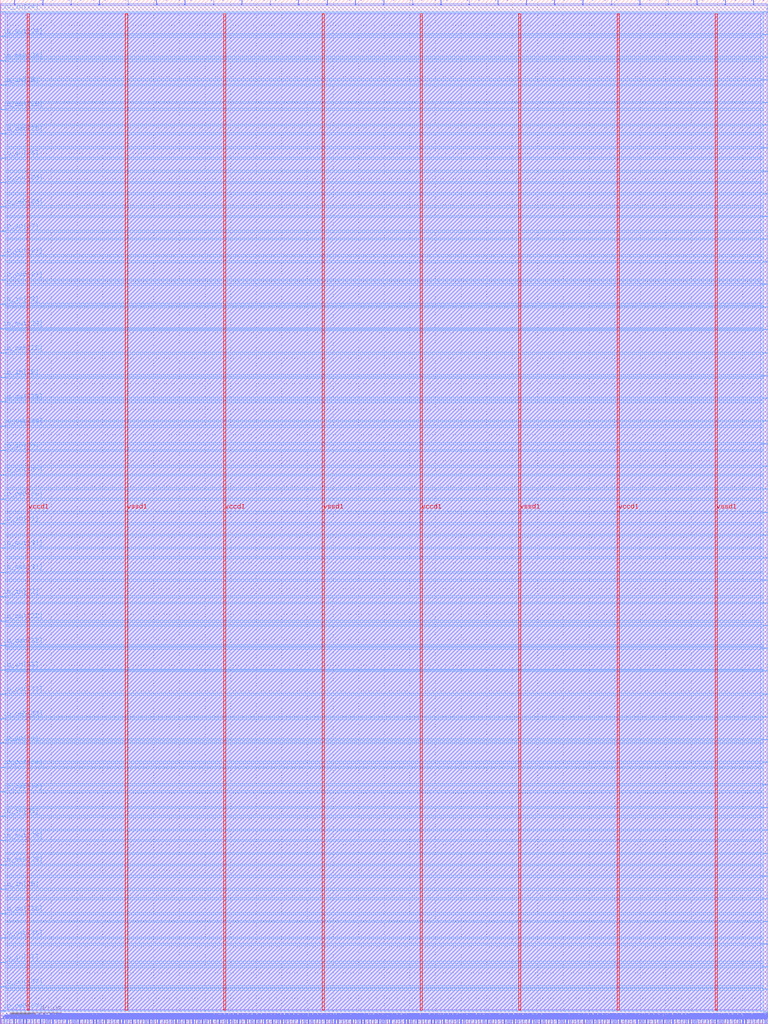
<source format=lef>
VERSION 5.7 ;
  NOWIREEXTENSIONATPIN ON ;
  DIVIDERCHAR "/" ;
  BUSBITCHARS "[]" ;
MACRO user_proj_example
  CLASS BLOCK ;
  FOREIGN user_proj_example ;
  ORIGIN 0.000 0.000 ;
  SIZE 600.000 BY 800.000 ;
  PIN io_in[0]
    DIRECTION INPUT ;
    USE SIGNAL ;
    PORT
      LAYER met3 ;
        RECT 596.000 8.880 600.000 9.480 ;
    END
  END io_in[0]
  PIN io_in[10]
    DIRECTION INPUT ;
    USE SIGNAL ;
    PORT
      LAYER met3 ;
        RECT 596.000 542.000 600.000 542.600 ;
    END
  END io_in[10]
  PIN io_in[11]
    DIRECTION INPUT ;
    USE SIGNAL ;
    PORT
      LAYER met3 ;
        RECT 596.000 595.040 600.000 595.640 ;
    END
  END io_in[11]
  PIN io_in[12]
    DIRECTION INPUT ;
    USE SIGNAL ;
    PORT
      LAYER met3 ;
        RECT 596.000 648.080 600.000 648.680 ;
    END
  END io_in[12]
  PIN io_in[13]
    DIRECTION INPUT ;
    USE SIGNAL ;
    PORT
      LAYER met3 ;
        RECT 596.000 701.800 600.000 702.400 ;
    END
  END io_in[13]
  PIN io_in[14]
    DIRECTION INPUT ;
    USE SIGNAL ;
    PORT
      LAYER met3 ;
        RECT 596.000 754.840 600.000 755.440 ;
    END
  END io_in[14]
  PIN io_in[15]
    DIRECTION INPUT ;
    USE SIGNAL ;
    PORT
      LAYER met2 ;
        RECT 588.430 796.000 588.710 800.000 ;
    END
  END io_in[15]
  PIN io_in[16]
    DIRECTION INPUT ;
    USE SIGNAL ;
    PORT
      LAYER met2 ;
        RECT 521.730 796.000 522.010 800.000 ;
    END
  END io_in[16]
  PIN io_in[17]
    DIRECTION INPUT ;
    USE SIGNAL ;
    PORT
      LAYER met2 ;
        RECT 455.030 796.000 455.310 800.000 ;
    END
  END io_in[17]
  PIN io_in[18]
    DIRECTION INPUT ;
    USE SIGNAL ;
    PORT
      LAYER met2 ;
        RECT 388.790 796.000 389.070 800.000 ;
    END
  END io_in[18]
  PIN io_in[19]
    DIRECTION INPUT ;
    USE SIGNAL ;
    PORT
      LAYER met2 ;
        RECT 322.090 796.000 322.370 800.000 ;
    END
  END io_in[19]
  PIN io_in[1]
    DIRECTION INPUT ;
    USE SIGNAL ;
    PORT
      LAYER met3 ;
        RECT 596.000 61.920 600.000 62.520 ;
    END
  END io_in[1]
  PIN io_in[20]
    DIRECTION INPUT ;
    USE SIGNAL ;
    PORT
      LAYER met2 ;
        RECT 255.390 796.000 255.670 800.000 ;
    END
  END io_in[20]
  PIN io_in[21]
    DIRECTION INPUT ;
    USE SIGNAL ;
    PORT
      LAYER met2 ;
        RECT 188.690 796.000 188.970 800.000 ;
    END
  END io_in[21]
  PIN io_in[22]
    DIRECTION INPUT ;
    USE SIGNAL ;
    PORT
      LAYER met2 ;
        RECT 121.990 796.000 122.270 800.000 ;
    END
  END io_in[22]
  PIN io_in[23]
    DIRECTION INPUT ;
    USE SIGNAL ;
    PORT
      LAYER met2 ;
        RECT 55.290 796.000 55.570 800.000 ;
    END
  END io_in[23]
  PIN io_in[24]
    DIRECTION INPUT ;
    USE SIGNAL ;
    PORT
      LAYER met3 ;
        RECT 0.000 790.200 4.000 790.800 ;
    END
  END io_in[24]
  PIN io_in[25]
    DIRECTION INPUT ;
    USE SIGNAL ;
    PORT
      LAYER met3 ;
        RECT 0.000 733.080 4.000 733.680 ;
    END
  END io_in[25]
  PIN io_in[26]
    DIRECTION INPUT ;
    USE SIGNAL ;
    PORT
      LAYER met3 ;
        RECT 0.000 675.960 4.000 676.560 ;
    END
  END io_in[26]
  PIN io_in[27]
    DIRECTION INPUT ;
    USE SIGNAL ;
    PORT
      LAYER met3 ;
        RECT 0.000 618.840 4.000 619.440 ;
    END
  END io_in[27]
  PIN io_in[28]
    DIRECTION INPUT ;
    USE SIGNAL ;
    PORT
      LAYER met3 ;
        RECT 0.000 561.720 4.000 562.320 ;
    END
  END io_in[28]
  PIN io_in[29]
    DIRECTION INPUT ;
    USE SIGNAL ;
    PORT
      LAYER met3 ;
        RECT 0.000 504.600 4.000 505.200 ;
    END
  END io_in[29]
  PIN io_in[2]
    DIRECTION INPUT ;
    USE SIGNAL ;
    PORT
      LAYER met3 ;
        RECT 596.000 114.960 600.000 115.560 ;
    END
  END io_in[2]
  PIN io_in[30]
    DIRECTION INPUT ;
    USE SIGNAL ;
    PORT
      LAYER met3 ;
        RECT 0.000 447.480 4.000 448.080 ;
    END
  END io_in[30]
  PIN io_in[31]
    DIRECTION INPUT ;
    USE SIGNAL ;
    PORT
      LAYER met3 ;
        RECT 0.000 390.360 4.000 390.960 ;
    END
  END io_in[31]
  PIN io_in[32]
    DIRECTION INPUT ;
    USE SIGNAL ;
    PORT
      LAYER met3 ;
        RECT 0.000 333.240 4.000 333.840 ;
    END
  END io_in[32]
  PIN io_in[33]
    DIRECTION INPUT ;
    USE SIGNAL ;
    PORT
      LAYER met3 ;
        RECT 0.000 276.120 4.000 276.720 ;
    END
  END io_in[33]
  PIN io_in[34]
    DIRECTION INPUT ;
    USE SIGNAL ;
    PORT
      LAYER met3 ;
        RECT 0.000 219.000 4.000 219.600 ;
    END
  END io_in[34]
  PIN io_in[35]
    DIRECTION INPUT ;
    USE SIGNAL ;
    PORT
      LAYER met3 ;
        RECT 0.000 161.880 4.000 162.480 ;
    END
  END io_in[35]
  PIN io_in[36]
    DIRECTION INPUT ;
    USE SIGNAL ;
    PORT
      LAYER met3 ;
        RECT 0.000 104.760 4.000 105.360 ;
    END
  END io_in[36]
  PIN io_in[37]
    DIRECTION INPUT ;
    USE SIGNAL ;
    PORT
      LAYER met3 ;
        RECT 0.000 47.640 4.000 48.240 ;
    END
  END io_in[37]
  PIN io_in[3]
    DIRECTION INPUT ;
    USE SIGNAL ;
    PORT
      LAYER met3 ;
        RECT 596.000 168.680 600.000 169.280 ;
    END
  END io_in[3]
  PIN io_in[4]
    DIRECTION INPUT ;
    USE SIGNAL ;
    PORT
      LAYER met3 ;
        RECT 596.000 221.720 600.000 222.320 ;
    END
  END io_in[4]
  PIN io_in[5]
    DIRECTION INPUT ;
    USE SIGNAL ;
    PORT
      LAYER met3 ;
        RECT 596.000 275.440 600.000 276.040 ;
    END
  END io_in[5]
  PIN io_in[6]
    DIRECTION INPUT ;
    USE SIGNAL ;
    PORT
      LAYER met3 ;
        RECT 596.000 328.480 600.000 329.080 ;
    END
  END io_in[6]
  PIN io_in[7]
    DIRECTION INPUT ;
    USE SIGNAL ;
    PORT
      LAYER met3 ;
        RECT 596.000 381.520 600.000 382.120 ;
    END
  END io_in[7]
  PIN io_in[8]
    DIRECTION INPUT ;
    USE SIGNAL ;
    PORT
      LAYER met3 ;
        RECT 596.000 435.240 600.000 435.840 ;
    END
  END io_in[8]
  PIN io_in[9]
    DIRECTION INPUT ;
    USE SIGNAL ;
    PORT
      LAYER met3 ;
        RECT 596.000 488.280 600.000 488.880 ;
    END
  END io_in[9]
  PIN io_oeb[0]
    DIRECTION OUTPUT TRISTATE ;
    USE SIGNAL ;
    PORT
      LAYER met3 ;
        RECT 596.000 44.240 600.000 44.840 ;
    END
  END io_oeb[0]
  PIN io_oeb[10]
    DIRECTION OUTPUT TRISTATE ;
    USE SIGNAL ;
    PORT
      LAYER met3 ;
        RECT 596.000 577.360 600.000 577.960 ;
    END
  END io_oeb[10]
  PIN io_oeb[11]
    DIRECTION OUTPUT TRISTATE ;
    USE SIGNAL ;
    PORT
      LAYER met3 ;
        RECT 596.000 630.400 600.000 631.000 ;
    END
  END io_oeb[11]
  PIN io_oeb[12]
    DIRECTION OUTPUT TRISTATE ;
    USE SIGNAL ;
    PORT
      LAYER met3 ;
        RECT 596.000 684.120 600.000 684.720 ;
    END
  END io_oeb[12]
  PIN io_oeb[13]
    DIRECTION OUTPUT TRISTATE ;
    USE SIGNAL ;
    PORT
      LAYER met3 ;
        RECT 596.000 737.160 600.000 737.760 ;
    END
  END io_oeb[13]
  PIN io_oeb[14]
    DIRECTION OUTPUT TRISTATE ;
    USE SIGNAL ;
    PORT
      LAYER met3 ;
        RECT 596.000 790.200 600.000 790.800 ;
    END
  END io_oeb[14]
  PIN io_oeb[15]
    DIRECTION OUTPUT TRISTATE ;
    USE SIGNAL ;
    PORT
      LAYER met2 ;
        RECT 544.270 796.000 544.550 800.000 ;
    END
  END io_oeb[15]
  PIN io_oeb[16]
    DIRECTION OUTPUT TRISTATE ;
    USE SIGNAL ;
    PORT
      LAYER met2 ;
        RECT 477.570 796.000 477.850 800.000 ;
    END
  END io_oeb[16]
  PIN io_oeb[17]
    DIRECTION OUTPUT TRISTATE ;
    USE SIGNAL ;
    PORT
      LAYER met2 ;
        RECT 410.870 796.000 411.150 800.000 ;
    END
  END io_oeb[17]
  PIN io_oeb[18]
    DIRECTION OUTPUT TRISTATE ;
    USE SIGNAL ;
    PORT
      LAYER met2 ;
        RECT 344.170 796.000 344.450 800.000 ;
    END
  END io_oeb[18]
  PIN io_oeb[19]
    DIRECTION OUTPUT TRISTATE ;
    USE SIGNAL ;
    PORT
      LAYER met2 ;
        RECT 277.470 796.000 277.750 800.000 ;
    END
  END io_oeb[19]
  PIN io_oeb[1]
    DIRECTION OUTPUT TRISTATE ;
    USE SIGNAL ;
    PORT
      LAYER met3 ;
        RECT 596.000 97.280 600.000 97.880 ;
    END
  END io_oeb[1]
  PIN io_oeb[20]
    DIRECTION OUTPUT TRISTATE ;
    USE SIGNAL ;
    PORT
      LAYER met2 ;
        RECT 210.770 796.000 211.050 800.000 ;
    END
  END io_oeb[20]
  PIN io_oeb[21]
    DIRECTION OUTPUT TRISTATE ;
    USE SIGNAL ;
    PORT
      LAYER met2 ;
        RECT 144.070 796.000 144.350 800.000 ;
    END
  END io_oeb[21]
  PIN io_oeb[22]
    DIRECTION OUTPUT TRISTATE ;
    USE SIGNAL ;
    PORT
      LAYER met2 ;
        RECT 77.370 796.000 77.650 800.000 ;
    END
  END io_oeb[22]
  PIN io_oeb[23]
    DIRECTION OUTPUT TRISTATE ;
    USE SIGNAL ;
    PORT
      LAYER met2 ;
        RECT 11.130 796.000 11.410 800.000 ;
    END
  END io_oeb[23]
  PIN io_oeb[24]
    DIRECTION OUTPUT TRISTATE ;
    USE SIGNAL ;
    PORT
      LAYER met3 ;
        RECT 0.000 752.120 4.000 752.720 ;
    END
  END io_oeb[24]
  PIN io_oeb[25]
    DIRECTION OUTPUT TRISTATE ;
    USE SIGNAL ;
    PORT
      LAYER met3 ;
        RECT 0.000 695.000 4.000 695.600 ;
    END
  END io_oeb[25]
  PIN io_oeb[26]
    DIRECTION OUTPUT TRISTATE ;
    USE SIGNAL ;
    PORT
      LAYER met3 ;
        RECT 0.000 637.880 4.000 638.480 ;
    END
  END io_oeb[26]
  PIN io_oeb[27]
    DIRECTION OUTPUT TRISTATE ;
    USE SIGNAL ;
    PORT
      LAYER met3 ;
        RECT 0.000 580.760 4.000 581.360 ;
    END
  END io_oeb[27]
  PIN io_oeb[28]
    DIRECTION OUTPUT TRISTATE ;
    USE SIGNAL ;
    PORT
      LAYER met3 ;
        RECT 0.000 523.640 4.000 524.240 ;
    END
  END io_oeb[28]
  PIN io_oeb[29]
    DIRECTION OUTPUT TRISTATE ;
    USE SIGNAL ;
    PORT
      LAYER met3 ;
        RECT 0.000 466.520 4.000 467.120 ;
    END
  END io_oeb[29]
  PIN io_oeb[2]
    DIRECTION OUTPUT TRISTATE ;
    USE SIGNAL ;
    PORT
      LAYER met3 ;
        RECT 596.000 151.000 600.000 151.600 ;
    END
  END io_oeb[2]
  PIN io_oeb[30]
    DIRECTION OUTPUT TRISTATE ;
    USE SIGNAL ;
    PORT
      LAYER met3 ;
        RECT 0.000 409.400 4.000 410.000 ;
    END
  END io_oeb[30]
  PIN io_oeb[31]
    DIRECTION OUTPUT TRISTATE ;
    USE SIGNAL ;
    PORT
      LAYER met3 ;
        RECT 0.000 352.280 4.000 352.880 ;
    END
  END io_oeb[31]
  PIN io_oeb[32]
    DIRECTION OUTPUT TRISTATE ;
    USE SIGNAL ;
    PORT
      LAYER met3 ;
        RECT 0.000 295.160 4.000 295.760 ;
    END
  END io_oeb[32]
  PIN io_oeb[33]
    DIRECTION OUTPUT TRISTATE ;
    USE SIGNAL ;
    PORT
      LAYER met3 ;
        RECT 0.000 238.040 4.000 238.640 ;
    END
  END io_oeb[33]
  PIN io_oeb[34]
    DIRECTION OUTPUT TRISTATE ;
    USE SIGNAL ;
    PORT
      LAYER met3 ;
        RECT 0.000 180.920 4.000 181.520 ;
    END
  END io_oeb[34]
  PIN io_oeb[35]
    DIRECTION OUTPUT TRISTATE ;
    USE SIGNAL ;
    PORT
      LAYER met3 ;
        RECT 0.000 123.800 4.000 124.400 ;
    END
  END io_oeb[35]
  PIN io_oeb[36]
    DIRECTION OUTPUT TRISTATE ;
    USE SIGNAL ;
    PORT
      LAYER met3 ;
        RECT 0.000 66.680 4.000 67.280 ;
    END
  END io_oeb[36]
  PIN io_oeb[37]
    DIRECTION OUTPUT TRISTATE ;
    USE SIGNAL ;
    PORT
      LAYER met3 ;
        RECT 0.000 9.560 4.000 10.160 ;
    END
  END io_oeb[37]
  PIN io_oeb[3]
    DIRECTION OUTPUT TRISTATE ;
    USE SIGNAL ;
    PORT
      LAYER met3 ;
        RECT 596.000 204.040 600.000 204.640 ;
    END
  END io_oeb[3]
  PIN io_oeb[4]
    DIRECTION OUTPUT TRISTATE ;
    USE SIGNAL ;
    PORT
      LAYER met3 ;
        RECT 596.000 257.080 600.000 257.680 ;
    END
  END io_oeb[4]
  PIN io_oeb[5]
    DIRECTION OUTPUT TRISTATE ;
    USE SIGNAL ;
    PORT
      LAYER met3 ;
        RECT 596.000 310.800 600.000 311.400 ;
    END
  END io_oeb[5]
  PIN io_oeb[6]
    DIRECTION OUTPUT TRISTATE ;
    USE SIGNAL ;
    PORT
      LAYER met3 ;
        RECT 596.000 363.840 600.000 364.440 ;
    END
  END io_oeb[6]
  PIN io_oeb[7]
    DIRECTION OUTPUT TRISTATE ;
    USE SIGNAL ;
    PORT
      LAYER met3 ;
        RECT 596.000 417.560 600.000 418.160 ;
    END
  END io_oeb[7]
  PIN io_oeb[8]
    DIRECTION OUTPUT TRISTATE ;
    USE SIGNAL ;
    PORT
      LAYER met3 ;
        RECT 596.000 470.600 600.000 471.200 ;
    END
  END io_oeb[8]
  PIN io_oeb[9]
    DIRECTION OUTPUT TRISTATE ;
    USE SIGNAL ;
    PORT
      LAYER met3 ;
        RECT 596.000 523.640 600.000 524.240 ;
    END
  END io_oeb[9]
  PIN io_out[0]
    DIRECTION OUTPUT TRISTATE ;
    USE SIGNAL ;
    PORT
      LAYER met3 ;
        RECT 596.000 26.560 600.000 27.160 ;
    END
  END io_out[0]
  PIN io_out[10]
    DIRECTION OUTPUT TRISTATE ;
    USE SIGNAL ;
    PORT
      LAYER met3 ;
        RECT 596.000 559.680 600.000 560.280 ;
    END
  END io_out[10]
  PIN io_out[11]
    DIRECTION OUTPUT TRISTATE ;
    USE SIGNAL ;
    PORT
      LAYER met3 ;
        RECT 596.000 612.720 600.000 613.320 ;
    END
  END io_out[11]
  PIN io_out[12]
    DIRECTION OUTPUT TRISTATE ;
    USE SIGNAL ;
    PORT
      LAYER met3 ;
        RECT 596.000 665.760 600.000 666.360 ;
    END
  END io_out[12]
  PIN io_out[13]
    DIRECTION OUTPUT TRISTATE ;
    USE SIGNAL ;
    PORT
      LAYER met3 ;
        RECT 596.000 719.480 600.000 720.080 ;
    END
  END io_out[13]
  PIN io_out[14]
    DIRECTION OUTPUT TRISTATE ;
    USE SIGNAL ;
    PORT
      LAYER met3 ;
        RECT 596.000 772.520 600.000 773.120 ;
    END
  END io_out[14]
  PIN io_out[15]
    DIRECTION OUTPUT TRISTATE ;
    USE SIGNAL ;
    PORT
      LAYER met2 ;
        RECT 566.350 796.000 566.630 800.000 ;
    END
  END io_out[15]
  PIN io_out[16]
    DIRECTION OUTPUT TRISTATE ;
    USE SIGNAL ;
    PORT
      LAYER met2 ;
        RECT 499.650 796.000 499.930 800.000 ;
    END
  END io_out[16]
  PIN io_out[17]
    DIRECTION OUTPUT TRISTATE ;
    USE SIGNAL ;
    PORT
      LAYER met2 ;
        RECT 432.950 796.000 433.230 800.000 ;
    END
  END io_out[17]
  PIN io_out[18]
    DIRECTION OUTPUT TRISTATE ;
    USE SIGNAL ;
    PORT
      LAYER met2 ;
        RECT 366.250 796.000 366.530 800.000 ;
    END
  END io_out[18]
  PIN io_out[19]
    DIRECTION OUTPUT TRISTATE ;
    USE SIGNAL ;
    PORT
      LAYER met2 ;
        RECT 299.550 796.000 299.830 800.000 ;
    END
  END io_out[19]
  PIN io_out[1]
    DIRECTION OUTPUT TRISTATE ;
    USE SIGNAL ;
    PORT
      LAYER met3 ;
        RECT 596.000 79.600 600.000 80.200 ;
    END
  END io_out[1]
  PIN io_out[20]
    DIRECTION OUTPUT TRISTATE ;
    USE SIGNAL ;
    PORT
      LAYER met2 ;
        RECT 232.850 796.000 233.130 800.000 ;
    END
  END io_out[20]
  PIN io_out[21]
    DIRECTION OUTPUT TRISTATE ;
    USE SIGNAL ;
    PORT
      LAYER met2 ;
        RECT 166.610 796.000 166.890 800.000 ;
    END
  END io_out[21]
  PIN io_out[22]
    DIRECTION OUTPUT TRISTATE ;
    USE SIGNAL ;
    PORT
      LAYER met2 ;
        RECT 99.910 796.000 100.190 800.000 ;
    END
  END io_out[22]
  PIN io_out[23]
    DIRECTION OUTPUT TRISTATE ;
    USE SIGNAL ;
    PORT
      LAYER met2 ;
        RECT 33.210 796.000 33.490 800.000 ;
    END
  END io_out[23]
  PIN io_out[24]
    DIRECTION OUTPUT TRISTATE ;
    USE SIGNAL ;
    PORT
      LAYER met3 ;
        RECT 0.000 771.160 4.000 771.760 ;
    END
  END io_out[24]
  PIN io_out[25]
    DIRECTION OUTPUT TRISTATE ;
    USE SIGNAL ;
    PORT
      LAYER met3 ;
        RECT 0.000 714.040 4.000 714.640 ;
    END
  END io_out[25]
  PIN io_out[26]
    DIRECTION OUTPUT TRISTATE ;
    USE SIGNAL ;
    PORT
      LAYER met3 ;
        RECT 0.000 656.920 4.000 657.520 ;
    END
  END io_out[26]
  PIN io_out[27]
    DIRECTION OUTPUT TRISTATE ;
    USE SIGNAL ;
    PORT
      LAYER met3 ;
        RECT 0.000 599.800 4.000 600.400 ;
    END
  END io_out[27]
  PIN io_out[28]
    DIRECTION OUTPUT TRISTATE ;
    USE SIGNAL ;
    PORT
      LAYER met3 ;
        RECT 0.000 542.680 4.000 543.280 ;
    END
  END io_out[28]
  PIN io_out[29]
    DIRECTION OUTPUT TRISTATE ;
    USE SIGNAL ;
    PORT
      LAYER met3 ;
        RECT 0.000 485.560 4.000 486.160 ;
    END
  END io_out[29]
  PIN io_out[2]
    DIRECTION OUTPUT TRISTATE ;
    USE SIGNAL ;
    PORT
      LAYER met3 ;
        RECT 596.000 132.640 600.000 133.240 ;
    END
  END io_out[2]
  PIN io_out[30]
    DIRECTION OUTPUT TRISTATE ;
    USE SIGNAL ;
    PORT
      LAYER met3 ;
        RECT 0.000 428.440 4.000 429.040 ;
    END
  END io_out[30]
  PIN io_out[31]
    DIRECTION OUTPUT TRISTATE ;
    USE SIGNAL ;
    PORT
      LAYER met3 ;
        RECT 0.000 371.320 4.000 371.920 ;
    END
  END io_out[31]
  PIN io_out[32]
    DIRECTION OUTPUT TRISTATE ;
    USE SIGNAL ;
    PORT
      LAYER met3 ;
        RECT 0.000 314.200 4.000 314.800 ;
    END
  END io_out[32]
  PIN io_out[33]
    DIRECTION OUTPUT TRISTATE ;
    USE SIGNAL ;
    PORT
      LAYER met3 ;
        RECT 0.000 257.080 4.000 257.680 ;
    END
  END io_out[33]
  PIN io_out[34]
    DIRECTION OUTPUT TRISTATE ;
    USE SIGNAL ;
    PORT
      LAYER met3 ;
        RECT 0.000 199.960 4.000 200.560 ;
    END
  END io_out[34]
  PIN io_out[35]
    DIRECTION OUTPUT TRISTATE ;
    USE SIGNAL ;
    PORT
      LAYER met3 ;
        RECT 0.000 142.840 4.000 143.440 ;
    END
  END io_out[35]
  PIN io_out[36]
    DIRECTION OUTPUT TRISTATE ;
    USE SIGNAL ;
    PORT
      LAYER met3 ;
        RECT 0.000 85.720 4.000 86.320 ;
    END
  END io_out[36]
  PIN io_out[37]
    DIRECTION OUTPUT TRISTATE ;
    USE SIGNAL ;
    PORT
      LAYER met3 ;
        RECT 0.000 28.600 4.000 29.200 ;
    END
  END io_out[37]
  PIN io_out[3]
    DIRECTION OUTPUT TRISTATE ;
    USE SIGNAL ;
    PORT
      LAYER met3 ;
        RECT 596.000 186.360 600.000 186.960 ;
    END
  END io_out[3]
  PIN io_out[4]
    DIRECTION OUTPUT TRISTATE ;
    USE SIGNAL ;
    PORT
      LAYER met3 ;
        RECT 596.000 239.400 600.000 240.000 ;
    END
  END io_out[4]
  PIN io_out[5]
    DIRECTION OUTPUT TRISTATE ;
    USE SIGNAL ;
    PORT
      LAYER met3 ;
        RECT 596.000 293.120 600.000 293.720 ;
    END
  END io_out[5]
  PIN io_out[6]
    DIRECTION OUTPUT TRISTATE ;
    USE SIGNAL ;
    PORT
      LAYER met3 ;
        RECT 596.000 346.160 600.000 346.760 ;
    END
  END io_out[6]
  PIN io_out[7]
    DIRECTION OUTPUT TRISTATE ;
    USE SIGNAL ;
    PORT
      LAYER met3 ;
        RECT 596.000 399.200 600.000 399.800 ;
    END
  END io_out[7]
  PIN io_out[8]
    DIRECTION OUTPUT TRISTATE ;
    USE SIGNAL ;
    PORT
      LAYER met3 ;
        RECT 596.000 452.920 600.000 453.520 ;
    END
  END io_out[8]
  PIN io_out[9]
    DIRECTION OUTPUT TRISTATE ;
    USE SIGNAL ;
    PORT
      LAYER met3 ;
        RECT 596.000 505.960 600.000 506.560 ;
    END
  END io_out[9]
  PIN irq[0]
    DIRECTION OUTPUT TRISTATE ;
    USE SIGNAL ;
    PORT
      LAYER met2 ;
        RECT 596.710 0.000 596.990 4.000 ;
    END
  END irq[0]
  PIN irq[1]
    DIRECTION OUTPUT TRISTATE ;
    USE SIGNAL ;
    PORT
      LAYER met2 ;
        RECT 597.630 0.000 597.910 4.000 ;
    END
  END irq[1]
  PIN irq[2]
    DIRECTION OUTPUT TRISTATE ;
    USE SIGNAL ;
    PORT
      LAYER met2 ;
        RECT 599.010 0.000 599.290 4.000 ;
    END
  END irq[2]
  PIN la_data_in[0]
    DIRECTION INPUT ;
    USE SIGNAL ;
    PORT
      LAYER met2 ;
        RECT 129.350 0.000 129.630 4.000 ;
    END
  END la_data_in[0]
  PIN la_data_in[100]
    DIRECTION INPUT ;
    USE SIGNAL ;
    PORT
      LAYER met2 ;
        RECT 494.130 0.000 494.410 4.000 ;
    END
  END la_data_in[100]
  PIN la_data_in[101]
    DIRECTION INPUT ;
    USE SIGNAL ;
    PORT
      LAYER met2 ;
        RECT 497.810 0.000 498.090 4.000 ;
    END
  END la_data_in[101]
  PIN la_data_in[102]
    DIRECTION INPUT ;
    USE SIGNAL ;
    PORT
      LAYER met2 ;
        RECT 501.490 0.000 501.770 4.000 ;
    END
  END la_data_in[102]
  PIN la_data_in[103]
    DIRECTION INPUT ;
    USE SIGNAL ;
    PORT
      LAYER met2 ;
        RECT 505.170 0.000 505.450 4.000 ;
    END
  END la_data_in[103]
  PIN la_data_in[104]
    DIRECTION INPUT ;
    USE SIGNAL ;
    PORT
      LAYER met2 ;
        RECT 508.850 0.000 509.130 4.000 ;
    END
  END la_data_in[104]
  PIN la_data_in[105]
    DIRECTION INPUT ;
    USE SIGNAL ;
    PORT
      LAYER met2 ;
        RECT 512.530 0.000 512.810 4.000 ;
    END
  END la_data_in[105]
  PIN la_data_in[106]
    DIRECTION INPUT ;
    USE SIGNAL ;
    PORT
      LAYER met2 ;
        RECT 516.210 0.000 516.490 4.000 ;
    END
  END la_data_in[106]
  PIN la_data_in[107]
    DIRECTION INPUT ;
    USE SIGNAL ;
    PORT
      LAYER met2 ;
        RECT 519.890 0.000 520.170 4.000 ;
    END
  END la_data_in[107]
  PIN la_data_in[108]
    DIRECTION INPUT ;
    USE SIGNAL ;
    PORT
      LAYER met2 ;
        RECT 523.570 0.000 523.850 4.000 ;
    END
  END la_data_in[108]
  PIN la_data_in[109]
    DIRECTION INPUT ;
    USE SIGNAL ;
    PORT
      LAYER met2 ;
        RECT 527.250 0.000 527.530 4.000 ;
    END
  END la_data_in[109]
  PIN la_data_in[10]
    DIRECTION INPUT ;
    USE SIGNAL ;
    PORT
      LAYER met2 ;
        RECT 165.690 0.000 165.970 4.000 ;
    END
  END la_data_in[10]
  PIN la_data_in[110]
    DIRECTION INPUT ;
    USE SIGNAL ;
    PORT
      LAYER met2 ;
        RECT 530.930 0.000 531.210 4.000 ;
    END
  END la_data_in[110]
  PIN la_data_in[111]
    DIRECTION INPUT ;
    USE SIGNAL ;
    PORT
      LAYER met2 ;
        RECT 534.610 0.000 534.890 4.000 ;
    END
  END la_data_in[111]
  PIN la_data_in[112]
    DIRECTION INPUT ;
    USE SIGNAL ;
    PORT
      LAYER met2 ;
        RECT 538.290 0.000 538.570 4.000 ;
    END
  END la_data_in[112]
  PIN la_data_in[113]
    DIRECTION INPUT ;
    USE SIGNAL ;
    PORT
      LAYER met2 ;
        RECT 541.970 0.000 542.250 4.000 ;
    END
  END la_data_in[113]
  PIN la_data_in[114]
    DIRECTION INPUT ;
    USE SIGNAL ;
    PORT
      LAYER met2 ;
        RECT 545.190 0.000 545.470 4.000 ;
    END
  END la_data_in[114]
  PIN la_data_in[115]
    DIRECTION INPUT ;
    USE SIGNAL ;
    PORT
      LAYER met2 ;
        RECT 548.870 0.000 549.150 4.000 ;
    END
  END la_data_in[115]
  PIN la_data_in[116]
    DIRECTION INPUT ;
    USE SIGNAL ;
    PORT
      LAYER met2 ;
        RECT 552.550 0.000 552.830 4.000 ;
    END
  END la_data_in[116]
  PIN la_data_in[117]
    DIRECTION INPUT ;
    USE SIGNAL ;
    PORT
      LAYER met2 ;
        RECT 556.230 0.000 556.510 4.000 ;
    END
  END la_data_in[117]
  PIN la_data_in[118]
    DIRECTION INPUT ;
    USE SIGNAL ;
    PORT
      LAYER met2 ;
        RECT 559.910 0.000 560.190 4.000 ;
    END
  END la_data_in[118]
  PIN la_data_in[119]
    DIRECTION INPUT ;
    USE SIGNAL ;
    PORT
      LAYER met2 ;
        RECT 563.590 0.000 563.870 4.000 ;
    END
  END la_data_in[119]
  PIN la_data_in[11]
    DIRECTION INPUT ;
    USE SIGNAL ;
    PORT
      LAYER met2 ;
        RECT 169.370 0.000 169.650 4.000 ;
    END
  END la_data_in[11]
  PIN la_data_in[120]
    DIRECTION INPUT ;
    USE SIGNAL ;
    PORT
      LAYER met2 ;
        RECT 567.270 0.000 567.550 4.000 ;
    END
  END la_data_in[120]
  PIN la_data_in[121]
    DIRECTION INPUT ;
    USE SIGNAL ;
    PORT
      LAYER met2 ;
        RECT 570.950 0.000 571.230 4.000 ;
    END
  END la_data_in[121]
  PIN la_data_in[122]
    DIRECTION INPUT ;
    USE SIGNAL ;
    PORT
      LAYER met2 ;
        RECT 574.630 0.000 574.910 4.000 ;
    END
  END la_data_in[122]
  PIN la_data_in[123]
    DIRECTION INPUT ;
    USE SIGNAL ;
    PORT
      LAYER met2 ;
        RECT 578.310 0.000 578.590 4.000 ;
    END
  END la_data_in[123]
  PIN la_data_in[124]
    DIRECTION INPUT ;
    USE SIGNAL ;
    PORT
      LAYER met2 ;
        RECT 581.990 0.000 582.270 4.000 ;
    END
  END la_data_in[124]
  PIN la_data_in[125]
    DIRECTION INPUT ;
    USE SIGNAL ;
    PORT
      LAYER met2 ;
        RECT 585.670 0.000 585.950 4.000 ;
    END
  END la_data_in[125]
  PIN la_data_in[126]
    DIRECTION INPUT ;
    USE SIGNAL ;
    PORT
      LAYER met2 ;
        RECT 589.350 0.000 589.630 4.000 ;
    END
  END la_data_in[126]
  PIN la_data_in[127]
    DIRECTION INPUT ;
    USE SIGNAL ;
    PORT
      LAYER met2 ;
        RECT 593.030 0.000 593.310 4.000 ;
    END
  END la_data_in[127]
  PIN la_data_in[12]
    DIRECTION INPUT ;
    USE SIGNAL ;
    PORT
      LAYER met2 ;
        RECT 173.050 0.000 173.330 4.000 ;
    END
  END la_data_in[12]
  PIN la_data_in[13]
    DIRECTION INPUT ;
    USE SIGNAL ;
    PORT
      LAYER met2 ;
        RECT 176.730 0.000 177.010 4.000 ;
    END
  END la_data_in[13]
  PIN la_data_in[14]
    DIRECTION INPUT ;
    USE SIGNAL ;
    PORT
      LAYER met2 ;
        RECT 180.410 0.000 180.690 4.000 ;
    END
  END la_data_in[14]
  PIN la_data_in[15]
    DIRECTION INPUT ;
    USE SIGNAL ;
    PORT
      LAYER met2 ;
        RECT 184.090 0.000 184.370 4.000 ;
    END
  END la_data_in[15]
  PIN la_data_in[16]
    DIRECTION INPUT ;
    USE SIGNAL ;
    PORT
      LAYER met2 ;
        RECT 187.770 0.000 188.050 4.000 ;
    END
  END la_data_in[16]
  PIN la_data_in[17]
    DIRECTION INPUT ;
    USE SIGNAL ;
    PORT
      LAYER met2 ;
        RECT 191.450 0.000 191.730 4.000 ;
    END
  END la_data_in[17]
  PIN la_data_in[18]
    DIRECTION INPUT ;
    USE SIGNAL ;
    PORT
      LAYER met2 ;
        RECT 195.130 0.000 195.410 4.000 ;
    END
  END la_data_in[18]
  PIN la_data_in[19]
    DIRECTION INPUT ;
    USE SIGNAL ;
    PORT
      LAYER met2 ;
        RECT 198.810 0.000 199.090 4.000 ;
    END
  END la_data_in[19]
  PIN la_data_in[1]
    DIRECTION INPUT ;
    USE SIGNAL ;
    PORT
      LAYER met2 ;
        RECT 133.030 0.000 133.310 4.000 ;
    END
  END la_data_in[1]
  PIN la_data_in[20]
    DIRECTION INPUT ;
    USE SIGNAL ;
    PORT
      LAYER met2 ;
        RECT 202.490 0.000 202.770 4.000 ;
    END
  END la_data_in[20]
  PIN la_data_in[21]
    DIRECTION INPUT ;
    USE SIGNAL ;
    PORT
      LAYER met2 ;
        RECT 206.170 0.000 206.450 4.000 ;
    END
  END la_data_in[21]
  PIN la_data_in[22]
    DIRECTION INPUT ;
    USE SIGNAL ;
    PORT
      LAYER met2 ;
        RECT 209.390 0.000 209.670 4.000 ;
    END
  END la_data_in[22]
  PIN la_data_in[23]
    DIRECTION INPUT ;
    USE SIGNAL ;
    PORT
      LAYER met2 ;
        RECT 213.070 0.000 213.350 4.000 ;
    END
  END la_data_in[23]
  PIN la_data_in[24]
    DIRECTION INPUT ;
    USE SIGNAL ;
    PORT
      LAYER met2 ;
        RECT 216.750 0.000 217.030 4.000 ;
    END
  END la_data_in[24]
  PIN la_data_in[25]
    DIRECTION INPUT ;
    USE SIGNAL ;
    PORT
      LAYER met2 ;
        RECT 220.430 0.000 220.710 4.000 ;
    END
  END la_data_in[25]
  PIN la_data_in[26]
    DIRECTION INPUT ;
    USE SIGNAL ;
    PORT
      LAYER met2 ;
        RECT 224.110 0.000 224.390 4.000 ;
    END
  END la_data_in[26]
  PIN la_data_in[27]
    DIRECTION INPUT ;
    USE SIGNAL ;
    PORT
      LAYER met2 ;
        RECT 227.790 0.000 228.070 4.000 ;
    END
  END la_data_in[27]
  PIN la_data_in[28]
    DIRECTION INPUT ;
    USE SIGNAL ;
    PORT
      LAYER met2 ;
        RECT 231.470 0.000 231.750 4.000 ;
    END
  END la_data_in[28]
  PIN la_data_in[29]
    DIRECTION INPUT ;
    USE SIGNAL ;
    PORT
      LAYER met2 ;
        RECT 235.150 0.000 235.430 4.000 ;
    END
  END la_data_in[29]
  PIN la_data_in[2]
    DIRECTION INPUT ;
    USE SIGNAL ;
    PORT
      LAYER met2 ;
        RECT 136.710 0.000 136.990 4.000 ;
    END
  END la_data_in[2]
  PIN la_data_in[30]
    DIRECTION INPUT ;
    USE SIGNAL ;
    PORT
      LAYER met2 ;
        RECT 238.830 0.000 239.110 4.000 ;
    END
  END la_data_in[30]
  PIN la_data_in[31]
    DIRECTION INPUT ;
    USE SIGNAL ;
    PORT
      LAYER met2 ;
        RECT 242.510 0.000 242.790 4.000 ;
    END
  END la_data_in[31]
  PIN la_data_in[32]
    DIRECTION INPUT ;
    USE SIGNAL ;
    PORT
      LAYER met2 ;
        RECT 246.190 0.000 246.470 4.000 ;
    END
  END la_data_in[32]
  PIN la_data_in[33]
    DIRECTION INPUT ;
    USE SIGNAL ;
    PORT
      LAYER met2 ;
        RECT 249.870 0.000 250.150 4.000 ;
    END
  END la_data_in[33]
  PIN la_data_in[34]
    DIRECTION INPUT ;
    USE SIGNAL ;
    PORT
      LAYER met2 ;
        RECT 253.550 0.000 253.830 4.000 ;
    END
  END la_data_in[34]
  PIN la_data_in[35]
    DIRECTION INPUT ;
    USE SIGNAL ;
    PORT
      LAYER met2 ;
        RECT 257.230 0.000 257.510 4.000 ;
    END
  END la_data_in[35]
  PIN la_data_in[36]
    DIRECTION INPUT ;
    USE SIGNAL ;
    PORT
      LAYER met2 ;
        RECT 260.910 0.000 261.190 4.000 ;
    END
  END la_data_in[36]
  PIN la_data_in[37]
    DIRECTION INPUT ;
    USE SIGNAL ;
    PORT
      LAYER met2 ;
        RECT 264.130 0.000 264.410 4.000 ;
    END
  END la_data_in[37]
  PIN la_data_in[38]
    DIRECTION INPUT ;
    USE SIGNAL ;
    PORT
      LAYER met2 ;
        RECT 267.810 0.000 268.090 4.000 ;
    END
  END la_data_in[38]
  PIN la_data_in[39]
    DIRECTION INPUT ;
    USE SIGNAL ;
    PORT
      LAYER met2 ;
        RECT 271.490 0.000 271.770 4.000 ;
    END
  END la_data_in[39]
  PIN la_data_in[3]
    DIRECTION INPUT ;
    USE SIGNAL ;
    PORT
      LAYER met2 ;
        RECT 140.390 0.000 140.670 4.000 ;
    END
  END la_data_in[3]
  PIN la_data_in[40]
    DIRECTION INPUT ;
    USE SIGNAL ;
    PORT
      LAYER met2 ;
        RECT 275.170 0.000 275.450 4.000 ;
    END
  END la_data_in[40]
  PIN la_data_in[41]
    DIRECTION INPUT ;
    USE SIGNAL ;
    PORT
      LAYER met2 ;
        RECT 278.850 0.000 279.130 4.000 ;
    END
  END la_data_in[41]
  PIN la_data_in[42]
    DIRECTION INPUT ;
    USE SIGNAL ;
    PORT
      LAYER met2 ;
        RECT 282.530 0.000 282.810 4.000 ;
    END
  END la_data_in[42]
  PIN la_data_in[43]
    DIRECTION INPUT ;
    USE SIGNAL ;
    PORT
      LAYER met2 ;
        RECT 286.210 0.000 286.490 4.000 ;
    END
  END la_data_in[43]
  PIN la_data_in[44]
    DIRECTION INPUT ;
    USE SIGNAL ;
    PORT
      LAYER met2 ;
        RECT 289.890 0.000 290.170 4.000 ;
    END
  END la_data_in[44]
  PIN la_data_in[45]
    DIRECTION INPUT ;
    USE SIGNAL ;
    PORT
      LAYER met2 ;
        RECT 293.570 0.000 293.850 4.000 ;
    END
  END la_data_in[45]
  PIN la_data_in[46]
    DIRECTION INPUT ;
    USE SIGNAL ;
    PORT
      LAYER met2 ;
        RECT 297.250 0.000 297.530 4.000 ;
    END
  END la_data_in[46]
  PIN la_data_in[47]
    DIRECTION INPUT ;
    USE SIGNAL ;
    PORT
      LAYER met2 ;
        RECT 300.930 0.000 301.210 4.000 ;
    END
  END la_data_in[47]
  PIN la_data_in[48]
    DIRECTION INPUT ;
    USE SIGNAL ;
    PORT
      LAYER met2 ;
        RECT 304.610 0.000 304.890 4.000 ;
    END
  END la_data_in[48]
  PIN la_data_in[49]
    DIRECTION INPUT ;
    USE SIGNAL ;
    PORT
      LAYER met2 ;
        RECT 308.290 0.000 308.570 4.000 ;
    END
  END la_data_in[49]
  PIN la_data_in[4]
    DIRECTION INPUT ;
    USE SIGNAL ;
    PORT
      LAYER met2 ;
        RECT 144.070 0.000 144.350 4.000 ;
    END
  END la_data_in[4]
  PIN la_data_in[50]
    DIRECTION INPUT ;
    USE SIGNAL ;
    PORT
      LAYER met2 ;
        RECT 311.970 0.000 312.250 4.000 ;
    END
  END la_data_in[50]
  PIN la_data_in[51]
    DIRECTION INPUT ;
    USE SIGNAL ;
    PORT
      LAYER met2 ;
        RECT 315.650 0.000 315.930 4.000 ;
    END
  END la_data_in[51]
  PIN la_data_in[52]
    DIRECTION INPUT ;
    USE SIGNAL ;
    PORT
      LAYER met2 ;
        RECT 318.870 0.000 319.150 4.000 ;
    END
  END la_data_in[52]
  PIN la_data_in[53]
    DIRECTION INPUT ;
    USE SIGNAL ;
    PORT
      LAYER met2 ;
        RECT 322.550 0.000 322.830 4.000 ;
    END
  END la_data_in[53]
  PIN la_data_in[54]
    DIRECTION INPUT ;
    USE SIGNAL ;
    PORT
      LAYER met2 ;
        RECT 326.230 0.000 326.510 4.000 ;
    END
  END la_data_in[54]
  PIN la_data_in[55]
    DIRECTION INPUT ;
    USE SIGNAL ;
    PORT
      LAYER met2 ;
        RECT 329.910 0.000 330.190 4.000 ;
    END
  END la_data_in[55]
  PIN la_data_in[56]
    DIRECTION INPUT ;
    USE SIGNAL ;
    PORT
      LAYER met2 ;
        RECT 333.590 0.000 333.870 4.000 ;
    END
  END la_data_in[56]
  PIN la_data_in[57]
    DIRECTION INPUT ;
    USE SIGNAL ;
    PORT
      LAYER met2 ;
        RECT 337.270 0.000 337.550 4.000 ;
    END
  END la_data_in[57]
  PIN la_data_in[58]
    DIRECTION INPUT ;
    USE SIGNAL ;
    PORT
      LAYER met2 ;
        RECT 340.950 0.000 341.230 4.000 ;
    END
  END la_data_in[58]
  PIN la_data_in[59]
    DIRECTION INPUT ;
    USE SIGNAL ;
    PORT
      LAYER met2 ;
        RECT 344.630 0.000 344.910 4.000 ;
    END
  END la_data_in[59]
  PIN la_data_in[5]
    DIRECTION INPUT ;
    USE SIGNAL ;
    PORT
      LAYER met2 ;
        RECT 147.750 0.000 148.030 4.000 ;
    END
  END la_data_in[5]
  PIN la_data_in[60]
    DIRECTION INPUT ;
    USE SIGNAL ;
    PORT
      LAYER met2 ;
        RECT 348.310 0.000 348.590 4.000 ;
    END
  END la_data_in[60]
  PIN la_data_in[61]
    DIRECTION INPUT ;
    USE SIGNAL ;
    PORT
      LAYER met2 ;
        RECT 351.990 0.000 352.270 4.000 ;
    END
  END la_data_in[61]
  PIN la_data_in[62]
    DIRECTION INPUT ;
    USE SIGNAL ;
    PORT
      LAYER met2 ;
        RECT 355.670 0.000 355.950 4.000 ;
    END
  END la_data_in[62]
  PIN la_data_in[63]
    DIRECTION INPUT ;
    USE SIGNAL ;
    PORT
      LAYER met2 ;
        RECT 359.350 0.000 359.630 4.000 ;
    END
  END la_data_in[63]
  PIN la_data_in[64]
    DIRECTION INPUT ;
    USE SIGNAL ;
    PORT
      LAYER met2 ;
        RECT 363.030 0.000 363.310 4.000 ;
    END
  END la_data_in[64]
  PIN la_data_in[65]
    DIRECTION INPUT ;
    USE SIGNAL ;
    PORT
      LAYER met2 ;
        RECT 366.710 0.000 366.990 4.000 ;
    END
  END la_data_in[65]
  PIN la_data_in[66]
    DIRECTION INPUT ;
    USE SIGNAL ;
    PORT
      LAYER met2 ;
        RECT 370.390 0.000 370.670 4.000 ;
    END
  END la_data_in[66]
  PIN la_data_in[67]
    DIRECTION INPUT ;
    USE SIGNAL ;
    PORT
      LAYER met2 ;
        RECT 374.070 0.000 374.350 4.000 ;
    END
  END la_data_in[67]
  PIN la_data_in[68]
    DIRECTION INPUT ;
    USE SIGNAL ;
    PORT
      LAYER met2 ;
        RECT 377.290 0.000 377.570 4.000 ;
    END
  END la_data_in[68]
  PIN la_data_in[69]
    DIRECTION INPUT ;
    USE SIGNAL ;
    PORT
      LAYER met2 ;
        RECT 380.970 0.000 381.250 4.000 ;
    END
  END la_data_in[69]
  PIN la_data_in[6]
    DIRECTION INPUT ;
    USE SIGNAL ;
    PORT
      LAYER met2 ;
        RECT 150.970 0.000 151.250 4.000 ;
    END
  END la_data_in[6]
  PIN la_data_in[70]
    DIRECTION INPUT ;
    USE SIGNAL ;
    PORT
      LAYER met2 ;
        RECT 384.650 0.000 384.930 4.000 ;
    END
  END la_data_in[70]
  PIN la_data_in[71]
    DIRECTION INPUT ;
    USE SIGNAL ;
    PORT
      LAYER met2 ;
        RECT 388.330 0.000 388.610 4.000 ;
    END
  END la_data_in[71]
  PIN la_data_in[72]
    DIRECTION INPUT ;
    USE SIGNAL ;
    PORT
      LAYER met2 ;
        RECT 392.010 0.000 392.290 4.000 ;
    END
  END la_data_in[72]
  PIN la_data_in[73]
    DIRECTION INPUT ;
    USE SIGNAL ;
    PORT
      LAYER met2 ;
        RECT 395.690 0.000 395.970 4.000 ;
    END
  END la_data_in[73]
  PIN la_data_in[74]
    DIRECTION INPUT ;
    USE SIGNAL ;
    PORT
      LAYER met2 ;
        RECT 399.370 0.000 399.650 4.000 ;
    END
  END la_data_in[74]
  PIN la_data_in[75]
    DIRECTION INPUT ;
    USE SIGNAL ;
    PORT
      LAYER met2 ;
        RECT 403.050 0.000 403.330 4.000 ;
    END
  END la_data_in[75]
  PIN la_data_in[76]
    DIRECTION INPUT ;
    USE SIGNAL ;
    PORT
      LAYER met2 ;
        RECT 406.730 0.000 407.010 4.000 ;
    END
  END la_data_in[76]
  PIN la_data_in[77]
    DIRECTION INPUT ;
    USE SIGNAL ;
    PORT
      LAYER met2 ;
        RECT 410.410 0.000 410.690 4.000 ;
    END
  END la_data_in[77]
  PIN la_data_in[78]
    DIRECTION INPUT ;
    USE SIGNAL ;
    PORT
      LAYER met2 ;
        RECT 414.090 0.000 414.370 4.000 ;
    END
  END la_data_in[78]
  PIN la_data_in[79]
    DIRECTION INPUT ;
    USE SIGNAL ;
    PORT
      LAYER met2 ;
        RECT 417.770 0.000 418.050 4.000 ;
    END
  END la_data_in[79]
  PIN la_data_in[7]
    DIRECTION INPUT ;
    USE SIGNAL ;
    PORT
      LAYER met2 ;
        RECT 154.650 0.000 154.930 4.000 ;
    END
  END la_data_in[7]
  PIN la_data_in[80]
    DIRECTION INPUT ;
    USE SIGNAL ;
    PORT
      LAYER met2 ;
        RECT 421.450 0.000 421.730 4.000 ;
    END
  END la_data_in[80]
  PIN la_data_in[81]
    DIRECTION INPUT ;
    USE SIGNAL ;
    PORT
      LAYER met2 ;
        RECT 425.130 0.000 425.410 4.000 ;
    END
  END la_data_in[81]
  PIN la_data_in[82]
    DIRECTION INPUT ;
    USE SIGNAL ;
    PORT
      LAYER met2 ;
        RECT 428.810 0.000 429.090 4.000 ;
    END
  END la_data_in[82]
  PIN la_data_in[83]
    DIRECTION INPUT ;
    USE SIGNAL ;
    PORT
      LAYER met2 ;
        RECT 432.030 0.000 432.310 4.000 ;
    END
  END la_data_in[83]
  PIN la_data_in[84]
    DIRECTION INPUT ;
    USE SIGNAL ;
    PORT
      LAYER met2 ;
        RECT 435.710 0.000 435.990 4.000 ;
    END
  END la_data_in[84]
  PIN la_data_in[85]
    DIRECTION INPUT ;
    USE SIGNAL ;
    PORT
      LAYER met2 ;
        RECT 439.390 0.000 439.670 4.000 ;
    END
  END la_data_in[85]
  PIN la_data_in[86]
    DIRECTION INPUT ;
    USE SIGNAL ;
    PORT
      LAYER met2 ;
        RECT 443.070 0.000 443.350 4.000 ;
    END
  END la_data_in[86]
  PIN la_data_in[87]
    DIRECTION INPUT ;
    USE SIGNAL ;
    PORT
      LAYER met2 ;
        RECT 446.750 0.000 447.030 4.000 ;
    END
  END la_data_in[87]
  PIN la_data_in[88]
    DIRECTION INPUT ;
    USE SIGNAL ;
    PORT
      LAYER met2 ;
        RECT 450.430 0.000 450.710 4.000 ;
    END
  END la_data_in[88]
  PIN la_data_in[89]
    DIRECTION INPUT ;
    USE SIGNAL ;
    PORT
      LAYER met2 ;
        RECT 454.110 0.000 454.390 4.000 ;
    END
  END la_data_in[89]
  PIN la_data_in[8]
    DIRECTION INPUT ;
    USE SIGNAL ;
    PORT
      LAYER met2 ;
        RECT 158.330 0.000 158.610 4.000 ;
    END
  END la_data_in[8]
  PIN la_data_in[90]
    DIRECTION INPUT ;
    USE SIGNAL ;
    PORT
      LAYER met2 ;
        RECT 457.790 0.000 458.070 4.000 ;
    END
  END la_data_in[90]
  PIN la_data_in[91]
    DIRECTION INPUT ;
    USE SIGNAL ;
    PORT
      LAYER met2 ;
        RECT 461.470 0.000 461.750 4.000 ;
    END
  END la_data_in[91]
  PIN la_data_in[92]
    DIRECTION INPUT ;
    USE SIGNAL ;
    PORT
      LAYER met2 ;
        RECT 465.150 0.000 465.430 4.000 ;
    END
  END la_data_in[92]
  PIN la_data_in[93]
    DIRECTION INPUT ;
    USE SIGNAL ;
    PORT
      LAYER met2 ;
        RECT 468.830 0.000 469.110 4.000 ;
    END
  END la_data_in[93]
  PIN la_data_in[94]
    DIRECTION INPUT ;
    USE SIGNAL ;
    PORT
      LAYER met2 ;
        RECT 472.510 0.000 472.790 4.000 ;
    END
  END la_data_in[94]
  PIN la_data_in[95]
    DIRECTION INPUT ;
    USE SIGNAL ;
    PORT
      LAYER met2 ;
        RECT 476.190 0.000 476.470 4.000 ;
    END
  END la_data_in[95]
  PIN la_data_in[96]
    DIRECTION INPUT ;
    USE SIGNAL ;
    PORT
      LAYER met2 ;
        RECT 479.870 0.000 480.150 4.000 ;
    END
  END la_data_in[96]
  PIN la_data_in[97]
    DIRECTION INPUT ;
    USE SIGNAL ;
    PORT
      LAYER met2 ;
        RECT 483.550 0.000 483.830 4.000 ;
    END
  END la_data_in[97]
  PIN la_data_in[98]
    DIRECTION INPUT ;
    USE SIGNAL ;
    PORT
      LAYER met2 ;
        RECT 487.230 0.000 487.510 4.000 ;
    END
  END la_data_in[98]
  PIN la_data_in[99]
    DIRECTION INPUT ;
    USE SIGNAL ;
    PORT
      LAYER met2 ;
        RECT 490.450 0.000 490.730 4.000 ;
    END
  END la_data_in[99]
  PIN la_data_in[9]
    DIRECTION INPUT ;
    USE SIGNAL ;
    PORT
      LAYER met2 ;
        RECT 162.010 0.000 162.290 4.000 ;
    END
  END la_data_in[9]
  PIN la_data_out[0]
    DIRECTION OUTPUT TRISTATE ;
    USE SIGNAL ;
    PORT
      LAYER met2 ;
        RECT 130.730 0.000 131.010 4.000 ;
    END
  END la_data_out[0]
  PIN la_data_out[100]
    DIRECTION OUTPUT TRISTATE ;
    USE SIGNAL ;
    PORT
      LAYER met2 ;
        RECT 495.510 0.000 495.790 4.000 ;
    END
  END la_data_out[100]
  PIN la_data_out[101]
    DIRECTION OUTPUT TRISTATE ;
    USE SIGNAL ;
    PORT
      LAYER met2 ;
        RECT 499.190 0.000 499.470 4.000 ;
    END
  END la_data_out[101]
  PIN la_data_out[102]
    DIRECTION OUTPUT TRISTATE ;
    USE SIGNAL ;
    PORT
      LAYER met2 ;
        RECT 502.870 0.000 503.150 4.000 ;
    END
  END la_data_out[102]
  PIN la_data_out[103]
    DIRECTION OUTPUT TRISTATE ;
    USE SIGNAL ;
    PORT
      LAYER met2 ;
        RECT 506.550 0.000 506.830 4.000 ;
    END
  END la_data_out[103]
  PIN la_data_out[104]
    DIRECTION OUTPUT TRISTATE ;
    USE SIGNAL ;
    PORT
      LAYER met2 ;
        RECT 510.230 0.000 510.510 4.000 ;
    END
  END la_data_out[104]
  PIN la_data_out[105]
    DIRECTION OUTPUT TRISTATE ;
    USE SIGNAL ;
    PORT
      LAYER met2 ;
        RECT 513.910 0.000 514.190 4.000 ;
    END
  END la_data_out[105]
  PIN la_data_out[106]
    DIRECTION OUTPUT TRISTATE ;
    USE SIGNAL ;
    PORT
      LAYER met2 ;
        RECT 517.590 0.000 517.870 4.000 ;
    END
  END la_data_out[106]
  PIN la_data_out[107]
    DIRECTION OUTPUT TRISTATE ;
    USE SIGNAL ;
    PORT
      LAYER met2 ;
        RECT 521.270 0.000 521.550 4.000 ;
    END
  END la_data_out[107]
  PIN la_data_out[108]
    DIRECTION OUTPUT TRISTATE ;
    USE SIGNAL ;
    PORT
      LAYER met2 ;
        RECT 524.950 0.000 525.230 4.000 ;
    END
  END la_data_out[108]
  PIN la_data_out[109]
    DIRECTION OUTPUT TRISTATE ;
    USE SIGNAL ;
    PORT
      LAYER met2 ;
        RECT 528.170 0.000 528.450 4.000 ;
    END
  END la_data_out[109]
  PIN la_data_out[10]
    DIRECTION OUTPUT TRISTATE ;
    USE SIGNAL ;
    PORT
      LAYER met2 ;
        RECT 167.070 0.000 167.350 4.000 ;
    END
  END la_data_out[10]
  PIN la_data_out[110]
    DIRECTION OUTPUT TRISTATE ;
    USE SIGNAL ;
    PORT
      LAYER met2 ;
        RECT 531.850 0.000 532.130 4.000 ;
    END
  END la_data_out[110]
  PIN la_data_out[111]
    DIRECTION OUTPUT TRISTATE ;
    USE SIGNAL ;
    PORT
      LAYER met2 ;
        RECT 535.530 0.000 535.810 4.000 ;
    END
  END la_data_out[111]
  PIN la_data_out[112]
    DIRECTION OUTPUT TRISTATE ;
    USE SIGNAL ;
    PORT
      LAYER met2 ;
        RECT 539.210 0.000 539.490 4.000 ;
    END
  END la_data_out[112]
  PIN la_data_out[113]
    DIRECTION OUTPUT TRISTATE ;
    USE SIGNAL ;
    PORT
      LAYER met2 ;
        RECT 542.890 0.000 543.170 4.000 ;
    END
  END la_data_out[113]
  PIN la_data_out[114]
    DIRECTION OUTPUT TRISTATE ;
    USE SIGNAL ;
    PORT
      LAYER met2 ;
        RECT 546.570 0.000 546.850 4.000 ;
    END
  END la_data_out[114]
  PIN la_data_out[115]
    DIRECTION OUTPUT TRISTATE ;
    USE SIGNAL ;
    PORT
      LAYER met2 ;
        RECT 550.250 0.000 550.530 4.000 ;
    END
  END la_data_out[115]
  PIN la_data_out[116]
    DIRECTION OUTPUT TRISTATE ;
    USE SIGNAL ;
    PORT
      LAYER met2 ;
        RECT 553.930 0.000 554.210 4.000 ;
    END
  END la_data_out[116]
  PIN la_data_out[117]
    DIRECTION OUTPUT TRISTATE ;
    USE SIGNAL ;
    PORT
      LAYER met2 ;
        RECT 557.610 0.000 557.890 4.000 ;
    END
  END la_data_out[117]
  PIN la_data_out[118]
    DIRECTION OUTPUT TRISTATE ;
    USE SIGNAL ;
    PORT
      LAYER met2 ;
        RECT 561.290 0.000 561.570 4.000 ;
    END
  END la_data_out[118]
  PIN la_data_out[119]
    DIRECTION OUTPUT TRISTATE ;
    USE SIGNAL ;
    PORT
      LAYER met2 ;
        RECT 564.970 0.000 565.250 4.000 ;
    END
  END la_data_out[119]
  PIN la_data_out[11]
    DIRECTION OUTPUT TRISTATE ;
    USE SIGNAL ;
    PORT
      LAYER met2 ;
        RECT 170.750 0.000 171.030 4.000 ;
    END
  END la_data_out[11]
  PIN la_data_out[120]
    DIRECTION OUTPUT TRISTATE ;
    USE SIGNAL ;
    PORT
      LAYER met2 ;
        RECT 568.650 0.000 568.930 4.000 ;
    END
  END la_data_out[120]
  PIN la_data_out[121]
    DIRECTION OUTPUT TRISTATE ;
    USE SIGNAL ;
    PORT
      LAYER met2 ;
        RECT 572.330 0.000 572.610 4.000 ;
    END
  END la_data_out[121]
  PIN la_data_out[122]
    DIRECTION OUTPUT TRISTATE ;
    USE SIGNAL ;
    PORT
      LAYER met2 ;
        RECT 576.010 0.000 576.290 4.000 ;
    END
  END la_data_out[122]
  PIN la_data_out[123]
    DIRECTION OUTPUT TRISTATE ;
    USE SIGNAL ;
    PORT
      LAYER met2 ;
        RECT 579.690 0.000 579.970 4.000 ;
    END
  END la_data_out[123]
  PIN la_data_out[124]
    DIRECTION OUTPUT TRISTATE ;
    USE SIGNAL ;
    PORT
      LAYER met2 ;
        RECT 582.910 0.000 583.190 4.000 ;
    END
  END la_data_out[124]
  PIN la_data_out[125]
    DIRECTION OUTPUT TRISTATE ;
    USE SIGNAL ;
    PORT
      LAYER met2 ;
        RECT 586.590 0.000 586.870 4.000 ;
    END
  END la_data_out[125]
  PIN la_data_out[126]
    DIRECTION OUTPUT TRISTATE ;
    USE SIGNAL ;
    PORT
      LAYER met2 ;
        RECT 590.270 0.000 590.550 4.000 ;
    END
  END la_data_out[126]
  PIN la_data_out[127]
    DIRECTION OUTPUT TRISTATE ;
    USE SIGNAL ;
    PORT
      LAYER met2 ;
        RECT 593.950 0.000 594.230 4.000 ;
    END
  END la_data_out[127]
  PIN la_data_out[12]
    DIRECTION OUTPUT TRISTATE ;
    USE SIGNAL ;
    PORT
      LAYER met2 ;
        RECT 174.430 0.000 174.710 4.000 ;
    END
  END la_data_out[12]
  PIN la_data_out[13]
    DIRECTION OUTPUT TRISTATE ;
    USE SIGNAL ;
    PORT
      LAYER met2 ;
        RECT 178.110 0.000 178.390 4.000 ;
    END
  END la_data_out[13]
  PIN la_data_out[14]
    DIRECTION OUTPUT TRISTATE ;
    USE SIGNAL ;
    PORT
      LAYER met2 ;
        RECT 181.790 0.000 182.070 4.000 ;
    END
  END la_data_out[14]
  PIN la_data_out[15]
    DIRECTION OUTPUT TRISTATE ;
    USE SIGNAL ;
    PORT
      LAYER met2 ;
        RECT 185.470 0.000 185.750 4.000 ;
    END
  END la_data_out[15]
  PIN la_data_out[16]
    DIRECTION OUTPUT TRISTATE ;
    USE SIGNAL ;
    PORT
      LAYER met2 ;
        RECT 188.690 0.000 188.970 4.000 ;
    END
  END la_data_out[16]
  PIN la_data_out[17]
    DIRECTION OUTPUT TRISTATE ;
    USE SIGNAL ;
    PORT
      LAYER met2 ;
        RECT 192.370 0.000 192.650 4.000 ;
    END
  END la_data_out[17]
  PIN la_data_out[18]
    DIRECTION OUTPUT TRISTATE ;
    USE SIGNAL ;
    PORT
      LAYER met2 ;
        RECT 196.050 0.000 196.330 4.000 ;
    END
  END la_data_out[18]
  PIN la_data_out[19]
    DIRECTION OUTPUT TRISTATE ;
    USE SIGNAL ;
    PORT
      LAYER met2 ;
        RECT 199.730 0.000 200.010 4.000 ;
    END
  END la_data_out[19]
  PIN la_data_out[1]
    DIRECTION OUTPUT TRISTATE ;
    USE SIGNAL ;
    PORT
      LAYER met2 ;
        RECT 133.950 0.000 134.230 4.000 ;
    END
  END la_data_out[1]
  PIN la_data_out[20]
    DIRECTION OUTPUT TRISTATE ;
    USE SIGNAL ;
    PORT
      LAYER met2 ;
        RECT 203.410 0.000 203.690 4.000 ;
    END
  END la_data_out[20]
  PIN la_data_out[21]
    DIRECTION OUTPUT TRISTATE ;
    USE SIGNAL ;
    PORT
      LAYER met2 ;
        RECT 207.090 0.000 207.370 4.000 ;
    END
  END la_data_out[21]
  PIN la_data_out[22]
    DIRECTION OUTPUT TRISTATE ;
    USE SIGNAL ;
    PORT
      LAYER met2 ;
        RECT 210.770 0.000 211.050 4.000 ;
    END
  END la_data_out[22]
  PIN la_data_out[23]
    DIRECTION OUTPUT TRISTATE ;
    USE SIGNAL ;
    PORT
      LAYER met2 ;
        RECT 214.450 0.000 214.730 4.000 ;
    END
  END la_data_out[23]
  PIN la_data_out[24]
    DIRECTION OUTPUT TRISTATE ;
    USE SIGNAL ;
    PORT
      LAYER met2 ;
        RECT 218.130 0.000 218.410 4.000 ;
    END
  END la_data_out[24]
  PIN la_data_out[25]
    DIRECTION OUTPUT TRISTATE ;
    USE SIGNAL ;
    PORT
      LAYER met2 ;
        RECT 221.810 0.000 222.090 4.000 ;
    END
  END la_data_out[25]
  PIN la_data_out[26]
    DIRECTION OUTPUT TRISTATE ;
    USE SIGNAL ;
    PORT
      LAYER met2 ;
        RECT 225.490 0.000 225.770 4.000 ;
    END
  END la_data_out[26]
  PIN la_data_out[27]
    DIRECTION OUTPUT TRISTATE ;
    USE SIGNAL ;
    PORT
      LAYER met2 ;
        RECT 229.170 0.000 229.450 4.000 ;
    END
  END la_data_out[27]
  PIN la_data_out[28]
    DIRECTION OUTPUT TRISTATE ;
    USE SIGNAL ;
    PORT
      LAYER met2 ;
        RECT 232.850 0.000 233.130 4.000 ;
    END
  END la_data_out[28]
  PIN la_data_out[29]
    DIRECTION OUTPUT TRISTATE ;
    USE SIGNAL ;
    PORT
      LAYER met2 ;
        RECT 236.530 0.000 236.810 4.000 ;
    END
  END la_data_out[29]
  PIN la_data_out[2]
    DIRECTION OUTPUT TRISTATE ;
    USE SIGNAL ;
    PORT
      LAYER met2 ;
        RECT 137.630 0.000 137.910 4.000 ;
    END
  END la_data_out[2]
  PIN la_data_out[30]
    DIRECTION OUTPUT TRISTATE ;
    USE SIGNAL ;
    PORT
      LAYER met2 ;
        RECT 240.210 0.000 240.490 4.000 ;
    END
  END la_data_out[30]
  PIN la_data_out[31]
    DIRECTION OUTPUT TRISTATE ;
    USE SIGNAL ;
    PORT
      LAYER met2 ;
        RECT 243.890 0.000 244.170 4.000 ;
    END
  END la_data_out[31]
  PIN la_data_out[32]
    DIRECTION OUTPUT TRISTATE ;
    USE SIGNAL ;
    PORT
      LAYER met2 ;
        RECT 247.110 0.000 247.390 4.000 ;
    END
  END la_data_out[32]
  PIN la_data_out[33]
    DIRECTION OUTPUT TRISTATE ;
    USE SIGNAL ;
    PORT
      LAYER met2 ;
        RECT 250.790 0.000 251.070 4.000 ;
    END
  END la_data_out[33]
  PIN la_data_out[34]
    DIRECTION OUTPUT TRISTATE ;
    USE SIGNAL ;
    PORT
      LAYER met2 ;
        RECT 254.470 0.000 254.750 4.000 ;
    END
  END la_data_out[34]
  PIN la_data_out[35]
    DIRECTION OUTPUT TRISTATE ;
    USE SIGNAL ;
    PORT
      LAYER met2 ;
        RECT 258.150 0.000 258.430 4.000 ;
    END
  END la_data_out[35]
  PIN la_data_out[36]
    DIRECTION OUTPUT TRISTATE ;
    USE SIGNAL ;
    PORT
      LAYER met2 ;
        RECT 261.830 0.000 262.110 4.000 ;
    END
  END la_data_out[36]
  PIN la_data_out[37]
    DIRECTION OUTPUT TRISTATE ;
    USE SIGNAL ;
    PORT
      LAYER met2 ;
        RECT 265.510 0.000 265.790 4.000 ;
    END
  END la_data_out[37]
  PIN la_data_out[38]
    DIRECTION OUTPUT TRISTATE ;
    USE SIGNAL ;
    PORT
      LAYER met2 ;
        RECT 269.190 0.000 269.470 4.000 ;
    END
  END la_data_out[38]
  PIN la_data_out[39]
    DIRECTION OUTPUT TRISTATE ;
    USE SIGNAL ;
    PORT
      LAYER met2 ;
        RECT 272.870 0.000 273.150 4.000 ;
    END
  END la_data_out[39]
  PIN la_data_out[3]
    DIRECTION OUTPUT TRISTATE ;
    USE SIGNAL ;
    PORT
      LAYER met2 ;
        RECT 141.310 0.000 141.590 4.000 ;
    END
  END la_data_out[3]
  PIN la_data_out[40]
    DIRECTION OUTPUT TRISTATE ;
    USE SIGNAL ;
    PORT
      LAYER met2 ;
        RECT 276.550 0.000 276.830 4.000 ;
    END
  END la_data_out[40]
  PIN la_data_out[41]
    DIRECTION OUTPUT TRISTATE ;
    USE SIGNAL ;
    PORT
      LAYER met2 ;
        RECT 280.230 0.000 280.510 4.000 ;
    END
  END la_data_out[41]
  PIN la_data_out[42]
    DIRECTION OUTPUT TRISTATE ;
    USE SIGNAL ;
    PORT
      LAYER met2 ;
        RECT 283.910 0.000 284.190 4.000 ;
    END
  END la_data_out[42]
  PIN la_data_out[43]
    DIRECTION OUTPUT TRISTATE ;
    USE SIGNAL ;
    PORT
      LAYER met2 ;
        RECT 287.590 0.000 287.870 4.000 ;
    END
  END la_data_out[43]
  PIN la_data_out[44]
    DIRECTION OUTPUT TRISTATE ;
    USE SIGNAL ;
    PORT
      LAYER met2 ;
        RECT 291.270 0.000 291.550 4.000 ;
    END
  END la_data_out[44]
  PIN la_data_out[45]
    DIRECTION OUTPUT TRISTATE ;
    USE SIGNAL ;
    PORT
      LAYER met2 ;
        RECT 294.950 0.000 295.230 4.000 ;
    END
  END la_data_out[45]
  PIN la_data_out[46]
    DIRECTION OUTPUT TRISTATE ;
    USE SIGNAL ;
    PORT
      LAYER met2 ;
        RECT 298.630 0.000 298.910 4.000 ;
    END
  END la_data_out[46]
  PIN la_data_out[47]
    DIRECTION OUTPUT TRISTATE ;
    USE SIGNAL ;
    PORT
      LAYER met2 ;
        RECT 301.850 0.000 302.130 4.000 ;
    END
  END la_data_out[47]
  PIN la_data_out[48]
    DIRECTION OUTPUT TRISTATE ;
    USE SIGNAL ;
    PORT
      LAYER met2 ;
        RECT 305.530 0.000 305.810 4.000 ;
    END
  END la_data_out[48]
  PIN la_data_out[49]
    DIRECTION OUTPUT TRISTATE ;
    USE SIGNAL ;
    PORT
      LAYER met2 ;
        RECT 309.210 0.000 309.490 4.000 ;
    END
  END la_data_out[49]
  PIN la_data_out[4]
    DIRECTION OUTPUT TRISTATE ;
    USE SIGNAL ;
    PORT
      LAYER met2 ;
        RECT 144.990 0.000 145.270 4.000 ;
    END
  END la_data_out[4]
  PIN la_data_out[50]
    DIRECTION OUTPUT TRISTATE ;
    USE SIGNAL ;
    PORT
      LAYER met2 ;
        RECT 312.890 0.000 313.170 4.000 ;
    END
  END la_data_out[50]
  PIN la_data_out[51]
    DIRECTION OUTPUT TRISTATE ;
    USE SIGNAL ;
    PORT
      LAYER met2 ;
        RECT 316.570 0.000 316.850 4.000 ;
    END
  END la_data_out[51]
  PIN la_data_out[52]
    DIRECTION OUTPUT TRISTATE ;
    USE SIGNAL ;
    PORT
      LAYER met2 ;
        RECT 320.250 0.000 320.530 4.000 ;
    END
  END la_data_out[52]
  PIN la_data_out[53]
    DIRECTION OUTPUT TRISTATE ;
    USE SIGNAL ;
    PORT
      LAYER met2 ;
        RECT 323.930 0.000 324.210 4.000 ;
    END
  END la_data_out[53]
  PIN la_data_out[54]
    DIRECTION OUTPUT TRISTATE ;
    USE SIGNAL ;
    PORT
      LAYER met2 ;
        RECT 327.610 0.000 327.890 4.000 ;
    END
  END la_data_out[54]
  PIN la_data_out[55]
    DIRECTION OUTPUT TRISTATE ;
    USE SIGNAL ;
    PORT
      LAYER met2 ;
        RECT 331.290 0.000 331.570 4.000 ;
    END
  END la_data_out[55]
  PIN la_data_out[56]
    DIRECTION OUTPUT TRISTATE ;
    USE SIGNAL ;
    PORT
      LAYER met2 ;
        RECT 334.970 0.000 335.250 4.000 ;
    END
  END la_data_out[56]
  PIN la_data_out[57]
    DIRECTION OUTPUT TRISTATE ;
    USE SIGNAL ;
    PORT
      LAYER met2 ;
        RECT 338.650 0.000 338.930 4.000 ;
    END
  END la_data_out[57]
  PIN la_data_out[58]
    DIRECTION OUTPUT TRISTATE ;
    USE SIGNAL ;
    PORT
      LAYER met2 ;
        RECT 342.330 0.000 342.610 4.000 ;
    END
  END la_data_out[58]
  PIN la_data_out[59]
    DIRECTION OUTPUT TRISTATE ;
    USE SIGNAL ;
    PORT
      LAYER met2 ;
        RECT 346.010 0.000 346.290 4.000 ;
    END
  END la_data_out[59]
  PIN la_data_out[5]
    DIRECTION OUTPUT TRISTATE ;
    USE SIGNAL ;
    PORT
      LAYER met2 ;
        RECT 148.670 0.000 148.950 4.000 ;
    END
  END la_data_out[5]
  PIN la_data_out[60]
    DIRECTION OUTPUT TRISTATE ;
    USE SIGNAL ;
    PORT
      LAYER met2 ;
        RECT 349.690 0.000 349.970 4.000 ;
    END
  END la_data_out[60]
  PIN la_data_out[61]
    DIRECTION OUTPUT TRISTATE ;
    USE SIGNAL ;
    PORT
      LAYER met2 ;
        RECT 353.370 0.000 353.650 4.000 ;
    END
  END la_data_out[61]
  PIN la_data_out[62]
    DIRECTION OUTPUT TRISTATE ;
    USE SIGNAL ;
    PORT
      LAYER met2 ;
        RECT 356.590 0.000 356.870 4.000 ;
    END
  END la_data_out[62]
  PIN la_data_out[63]
    DIRECTION OUTPUT TRISTATE ;
    USE SIGNAL ;
    PORT
      LAYER met2 ;
        RECT 360.270 0.000 360.550 4.000 ;
    END
  END la_data_out[63]
  PIN la_data_out[64]
    DIRECTION OUTPUT TRISTATE ;
    USE SIGNAL ;
    PORT
      LAYER met2 ;
        RECT 363.950 0.000 364.230 4.000 ;
    END
  END la_data_out[64]
  PIN la_data_out[65]
    DIRECTION OUTPUT TRISTATE ;
    USE SIGNAL ;
    PORT
      LAYER met2 ;
        RECT 367.630 0.000 367.910 4.000 ;
    END
  END la_data_out[65]
  PIN la_data_out[66]
    DIRECTION OUTPUT TRISTATE ;
    USE SIGNAL ;
    PORT
      LAYER met2 ;
        RECT 371.310 0.000 371.590 4.000 ;
    END
  END la_data_out[66]
  PIN la_data_out[67]
    DIRECTION OUTPUT TRISTATE ;
    USE SIGNAL ;
    PORT
      LAYER met2 ;
        RECT 374.990 0.000 375.270 4.000 ;
    END
  END la_data_out[67]
  PIN la_data_out[68]
    DIRECTION OUTPUT TRISTATE ;
    USE SIGNAL ;
    PORT
      LAYER met2 ;
        RECT 378.670 0.000 378.950 4.000 ;
    END
  END la_data_out[68]
  PIN la_data_out[69]
    DIRECTION OUTPUT TRISTATE ;
    USE SIGNAL ;
    PORT
      LAYER met2 ;
        RECT 382.350 0.000 382.630 4.000 ;
    END
  END la_data_out[69]
  PIN la_data_out[6]
    DIRECTION OUTPUT TRISTATE ;
    USE SIGNAL ;
    PORT
      LAYER met2 ;
        RECT 152.350 0.000 152.630 4.000 ;
    END
  END la_data_out[6]
  PIN la_data_out[70]
    DIRECTION OUTPUT TRISTATE ;
    USE SIGNAL ;
    PORT
      LAYER met2 ;
        RECT 386.030 0.000 386.310 4.000 ;
    END
  END la_data_out[70]
  PIN la_data_out[71]
    DIRECTION OUTPUT TRISTATE ;
    USE SIGNAL ;
    PORT
      LAYER met2 ;
        RECT 389.710 0.000 389.990 4.000 ;
    END
  END la_data_out[71]
  PIN la_data_out[72]
    DIRECTION OUTPUT TRISTATE ;
    USE SIGNAL ;
    PORT
      LAYER met2 ;
        RECT 393.390 0.000 393.670 4.000 ;
    END
  END la_data_out[72]
  PIN la_data_out[73]
    DIRECTION OUTPUT TRISTATE ;
    USE SIGNAL ;
    PORT
      LAYER met2 ;
        RECT 397.070 0.000 397.350 4.000 ;
    END
  END la_data_out[73]
  PIN la_data_out[74]
    DIRECTION OUTPUT TRISTATE ;
    USE SIGNAL ;
    PORT
      LAYER met2 ;
        RECT 400.750 0.000 401.030 4.000 ;
    END
  END la_data_out[74]
  PIN la_data_out[75]
    DIRECTION OUTPUT TRISTATE ;
    USE SIGNAL ;
    PORT
      LAYER met2 ;
        RECT 404.430 0.000 404.710 4.000 ;
    END
  END la_data_out[75]
  PIN la_data_out[76]
    DIRECTION OUTPUT TRISTATE ;
    USE SIGNAL ;
    PORT
      LAYER met2 ;
        RECT 408.110 0.000 408.390 4.000 ;
    END
  END la_data_out[76]
  PIN la_data_out[77]
    DIRECTION OUTPUT TRISTATE ;
    USE SIGNAL ;
    PORT
      LAYER met2 ;
        RECT 411.790 0.000 412.070 4.000 ;
    END
  END la_data_out[77]
  PIN la_data_out[78]
    DIRECTION OUTPUT TRISTATE ;
    USE SIGNAL ;
    PORT
      LAYER met2 ;
        RECT 415.010 0.000 415.290 4.000 ;
    END
  END la_data_out[78]
  PIN la_data_out[79]
    DIRECTION OUTPUT TRISTATE ;
    USE SIGNAL ;
    PORT
      LAYER met2 ;
        RECT 418.690 0.000 418.970 4.000 ;
    END
  END la_data_out[79]
  PIN la_data_out[7]
    DIRECTION OUTPUT TRISTATE ;
    USE SIGNAL ;
    PORT
      LAYER met2 ;
        RECT 156.030 0.000 156.310 4.000 ;
    END
  END la_data_out[7]
  PIN la_data_out[80]
    DIRECTION OUTPUT TRISTATE ;
    USE SIGNAL ;
    PORT
      LAYER met2 ;
        RECT 422.370 0.000 422.650 4.000 ;
    END
  END la_data_out[80]
  PIN la_data_out[81]
    DIRECTION OUTPUT TRISTATE ;
    USE SIGNAL ;
    PORT
      LAYER met2 ;
        RECT 426.050 0.000 426.330 4.000 ;
    END
  END la_data_out[81]
  PIN la_data_out[82]
    DIRECTION OUTPUT TRISTATE ;
    USE SIGNAL ;
    PORT
      LAYER met2 ;
        RECT 429.730 0.000 430.010 4.000 ;
    END
  END la_data_out[82]
  PIN la_data_out[83]
    DIRECTION OUTPUT TRISTATE ;
    USE SIGNAL ;
    PORT
      LAYER met2 ;
        RECT 433.410 0.000 433.690 4.000 ;
    END
  END la_data_out[83]
  PIN la_data_out[84]
    DIRECTION OUTPUT TRISTATE ;
    USE SIGNAL ;
    PORT
      LAYER met2 ;
        RECT 437.090 0.000 437.370 4.000 ;
    END
  END la_data_out[84]
  PIN la_data_out[85]
    DIRECTION OUTPUT TRISTATE ;
    USE SIGNAL ;
    PORT
      LAYER met2 ;
        RECT 440.770 0.000 441.050 4.000 ;
    END
  END la_data_out[85]
  PIN la_data_out[86]
    DIRECTION OUTPUT TRISTATE ;
    USE SIGNAL ;
    PORT
      LAYER met2 ;
        RECT 444.450 0.000 444.730 4.000 ;
    END
  END la_data_out[86]
  PIN la_data_out[87]
    DIRECTION OUTPUT TRISTATE ;
    USE SIGNAL ;
    PORT
      LAYER met2 ;
        RECT 448.130 0.000 448.410 4.000 ;
    END
  END la_data_out[87]
  PIN la_data_out[88]
    DIRECTION OUTPUT TRISTATE ;
    USE SIGNAL ;
    PORT
      LAYER met2 ;
        RECT 451.810 0.000 452.090 4.000 ;
    END
  END la_data_out[88]
  PIN la_data_out[89]
    DIRECTION OUTPUT TRISTATE ;
    USE SIGNAL ;
    PORT
      LAYER met2 ;
        RECT 455.490 0.000 455.770 4.000 ;
    END
  END la_data_out[89]
  PIN la_data_out[8]
    DIRECTION OUTPUT TRISTATE ;
    USE SIGNAL ;
    PORT
      LAYER met2 ;
        RECT 159.710 0.000 159.990 4.000 ;
    END
  END la_data_out[8]
  PIN la_data_out[90]
    DIRECTION OUTPUT TRISTATE ;
    USE SIGNAL ;
    PORT
      LAYER met2 ;
        RECT 459.170 0.000 459.450 4.000 ;
    END
  END la_data_out[90]
  PIN la_data_out[91]
    DIRECTION OUTPUT TRISTATE ;
    USE SIGNAL ;
    PORT
      LAYER met2 ;
        RECT 462.850 0.000 463.130 4.000 ;
    END
  END la_data_out[91]
  PIN la_data_out[92]
    DIRECTION OUTPUT TRISTATE ;
    USE SIGNAL ;
    PORT
      LAYER met2 ;
        RECT 466.530 0.000 466.810 4.000 ;
    END
  END la_data_out[92]
  PIN la_data_out[93]
    DIRECTION OUTPUT TRISTATE ;
    USE SIGNAL ;
    PORT
      LAYER met2 ;
        RECT 469.750 0.000 470.030 4.000 ;
    END
  END la_data_out[93]
  PIN la_data_out[94]
    DIRECTION OUTPUT TRISTATE ;
    USE SIGNAL ;
    PORT
      LAYER met2 ;
        RECT 473.430 0.000 473.710 4.000 ;
    END
  END la_data_out[94]
  PIN la_data_out[95]
    DIRECTION OUTPUT TRISTATE ;
    USE SIGNAL ;
    PORT
      LAYER met2 ;
        RECT 477.110 0.000 477.390 4.000 ;
    END
  END la_data_out[95]
  PIN la_data_out[96]
    DIRECTION OUTPUT TRISTATE ;
    USE SIGNAL ;
    PORT
      LAYER met2 ;
        RECT 480.790 0.000 481.070 4.000 ;
    END
  END la_data_out[96]
  PIN la_data_out[97]
    DIRECTION OUTPUT TRISTATE ;
    USE SIGNAL ;
    PORT
      LAYER met2 ;
        RECT 484.470 0.000 484.750 4.000 ;
    END
  END la_data_out[97]
  PIN la_data_out[98]
    DIRECTION OUTPUT TRISTATE ;
    USE SIGNAL ;
    PORT
      LAYER met2 ;
        RECT 488.150 0.000 488.430 4.000 ;
    END
  END la_data_out[98]
  PIN la_data_out[99]
    DIRECTION OUTPUT TRISTATE ;
    USE SIGNAL ;
    PORT
      LAYER met2 ;
        RECT 491.830 0.000 492.110 4.000 ;
    END
  END la_data_out[99]
  PIN la_data_out[9]
    DIRECTION OUTPUT TRISTATE ;
    USE SIGNAL ;
    PORT
      LAYER met2 ;
        RECT 163.390 0.000 163.670 4.000 ;
    END
  END la_data_out[9]
  PIN la_oenb[0]
    DIRECTION INPUT ;
    USE SIGNAL ;
    PORT
      LAYER met2 ;
        RECT 131.650 0.000 131.930 4.000 ;
    END
  END la_oenb[0]
  PIN la_oenb[100]
    DIRECTION INPUT ;
    USE SIGNAL ;
    PORT
      LAYER met2 ;
        RECT 496.890 0.000 497.170 4.000 ;
    END
  END la_oenb[100]
  PIN la_oenb[101]
    DIRECTION INPUT ;
    USE SIGNAL ;
    PORT
      LAYER met2 ;
        RECT 500.570 0.000 500.850 4.000 ;
    END
  END la_oenb[101]
  PIN la_oenb[102]
    DIRECTION INPUT ;
    USE SIGNAL ;
    PORT
      LAYER met2 ;
        RECT 504.250 0.000 504.530 4.000 ;
    END
  END la_oenb[102]
  PIN la_oenb[103]
    DIRECTION INPUT ;
    USE SIGNAL ;
    PORT
      LAYER met2 ;
        RECT 507.470 0.000 507.750 4.000 ;
    END
  END la_oenb[103]
  PIN la_oenb[104]
    DIRECTION INPUT ;
    USE SIGNAL ;
    PORT
      LAYER met2 ;
        RECT 511.150 0.000 511.430 4.000 ;
    END
  END la_oenb[104]
  PIN la_oenb[105]
    DIRECTION INPUT ;
    USE SIGNAL ;
    PORT
      LAYER met2 ;
        RECT 514.830 0.000 515.110 4.000 ;
    END
  END la_oenb[105]
  PIN la_oenb[106]
    DIRECTION INPUT ;
    USE SIGNAL ;
    PORT
      LAYER met2 ;
        RECT 518.510 0.000 518.790 4.000 ;
    END
  END la_oenb[106]
  PIN la_oenb[107]
    DIRECTION INPUT ;
    USE SIGNAL ;
    PORT
      LAYER met2 ;
        RECT 522.190 0.000 522.470 4.000 ;
    END
  END la_oenb[107]
  PIN la_oenb[108]
    DIRECTION INPUT ;
    USE SIGNAL ;
    PORT
      LAYER met2 ;
        RECT 525.870 0.000 526.150 4.000 ;
    END
  END la_oenb[108]
  PIN la_oenb[109]
    DIRECTION INPUT ;
    USE SIGNAL ;
    PORT
      LAYER met2 ;
        RECT 529.550 0.000 529.830 4.000 ;
    END
  END la_oenb[109]
  PIN la_oenb[10]
    DIRECTION INPUT ;
    USE SIGNAL ;
    PORT
      LAYER met2 ;
        RECT 168.450 0.000 168.730 4.000 ;
    END
  END la_oenb[10]
  PIN la_oenb[110]
    DIRECTION INPUT ;
    USE SIGNAL ;
    PORT
      LAYER met2 ;
        RECT 533.230 0.000 533.510 4.000 ;
    END
  END la_oenb[110]
  PIN la_oenb[111]
    DIRECTION INPUT ;
    USE SIGNAL ;
    PORT
      LAYER met2 ;
        RECT 536.910 0.000 537.190 4.000 ;
    END
  END la_oenb[111]
  PIN la_oenb[112]
    DIRECTION INPUT ;
    USE SIGNAL ;
    PORT
      LAYER met2 ;
        RECT 540.590 0.000 540.870 4.000 ;
    END
  END la_oenb[112]
  PIN la_oenb[113]
    DIRECTION INPUT ;
    USE SIGNAL ;
    PORT
      LAYER met2 ;
        RECT 544.270 0.000 544.550 4.000 ;
    END
  END la_oenb[113]
  PIN la_oenb[114]
    DIRECTION INPUT ;
    USE SIGNAL ;
    PORT
      LAYER met2 ;
        RECT 547.950 0.000 548.230 4.000 ;
    END
  END la_oenb[114]
  PIN la_oenb[115]
    DIRECTION INPUT ;
    USE SIGNAL ;
    PORT
      LAYER met2 ;
        RECT 551.630 0.000 551.910 4.000 ;
    END
  END la_oenb[115]
  PIN la_oenb[116]
    DIRECTION INPUT ;
    USE SIGNAL ;
    PORT
      LAYER met2 ;
        RECT 555.310 0.000 555.590 4.000 ;
    END
  END la_oenb[116]
  PIN la_oenb[117]
    DIRECTION INPUT ;
    USE SIGNAL ;
    PORT
      LAYER met2 ;
        RECT 558.990 0.000 559.270 4.000 ;
    END
  END la_oenb[117]
  PIN la_oenb[118]
    DIRECTION INPUT ;
    USE SIGNAL ;
    PORT
      LAYER met2 ;
        RECT 562.670 0.000 562.950 4.000 ;
    END
  END la_oenb[118]
  PIN la_oenb[119]
    DIRECTION INPUT ;
    USE SIGNAL ;
    PORT
      LAYER met2 ;
        RECT 565.890 0.000 566.170 4.000 ;
    END
  END la_oenb[119]
  PIN la_oenb[11]
    DIRECTION INPUT ;
    USE SIGNAL ;
    PORT
      LAYER met2 ;
        RECT 171.670 0.000 171.950 4.000 ;
    END
  END la_oenb[11]
  PIN la_oenb[120]
    DIRECTION INPUT ;
    USE SIGNAL ;
    PORT
      LAYER met2 ;
        RECT 569.570 0.000 569.850 4.000 ;
    END
  END la_oenb[120]
  PIN la_oenb[121]
    DIRECTION INPUT ;
    USE SIGNAL ;
    PORT
      LAYER met2 ;
        RECT 573.250 0.000 573.530 4.000 ;
    END
  END la_oenb[121]
  PIN la_oenb[122]
    DIRECTION INPUT ;
    USE SIGNAL ;
    PORT
      LAYER met2 ;
        RECT 576.930 0.000 577.210 4.000 ;
    END
  END la_oenb[122]
  PIN la_oenb[123]
    DIRECTION INPUT ;
    USE SIGNAL ;
    PORT
      LAYER met2 ;
        RECT 580.610 0.000 580.890 4.000 ;
    END
  END la_oenb[123]
  PIN la_oenb[124]
    DIRECTION INPUT ;
    USE SIGNAL ;
    PORT
      LAYER met2 ;
        RECT 584.290 0.000 584.570 4.000 ;
    END
  END la_oenb[124]
  PIN la_oenb[125]
    DIRECTION INPUT ;
    USE SIGNAL ;
    PORT
      LAYER met2 ;
        RECT 587.970 0.000 588.250 4.000 ;
    END
  END la_oenb[125]
  PIN la_oenb[126]
    DIRECTION INPUT ;
    USE SIGNAL ;
    PORT
      LAYER met2 ;
        RECT 591.650 0.000 591.930 4.000 ;
    END
  END la_oenb[126]
  PIN la_oenb[127]
    DIRECTION INPUT ;
    USE SIGNAL ;
    PORT
      LAYER met2 ;
        RECT 595.330 0.000 595.610 4.000 ;
    END
  END la_oenb[127]
  PIN la_oenb[12]
    DIRECTION INPUT ;
    USE SIGNAL ;
    PORT
      LAYER met2 ;
        RECT 175.350 0.000 175.630 4.000 ;
    END
  END la_oenb[12]
  PIN la_oenb[13]
    DIRECTION INPUT ;
    USE SIGNAL ;
    PORT
      LAYER met2 ;
        RECT 179.030 0.000 179.310 4.000 ;
    END
  END la_oenb[13]
  PIN la_oenb[14]
    DIRECTION INPUT ;
    USE SIGNAL ;
    PORT
      LAYER met2 ;
        RECT 182.710 0.000 182.990 4.000 ;
    END
  END la_oenb[14]
  PIN la_oenb[15]
    DIRECTION INPUT ;
    USE SIGNAL ;
    PORT
      LAYER met2 ;
        RECT 186.390 0.000 186.670 4.000 ;
    END
  END la_oenb[15]
  PIN la_oenb[16]
    DIRECTION INPUT ;
    USE SIGNAL ;
    PORT
      LAYER met2 ;
        RECT 190.070 0.000 190.350 4.000 ;
    END
  END la_oenb[16]
  PIN la_oenb[17]
    DIRECTION INPUT ;
    USE SIGNAL ;
    PORT
      LAYER met2 ;
        RECT 193.750 0.000 194.030 4.000 ;
    END
  END la_oenb[17]
  PIN la_oenb[18]
    DIRECTION INPUT ;
    USE SIGNAL ;
    PORT
      LAYER met2 ;
        RECT 197.430 0.000 197.710 4.000 ;
    END
  END la_oenb[18]
  PIN la_oenb[19]
    DIRECTION INPUT ;
    USE SIGNAL ;
    PORT
      LAYER met2 ;
        RECT 201.110 0.000 201.390 4.000 ;
    END
  END la_oenb[19]
  PIN la_oenb[1]
    DIRECTION INPUT ;
    USE SIGNAL ;
    PORT
      LAYER met2 ;
        RECT 135.330 0.000 135.610 4.000 ;
    END
  END la_oenb[1]
  PIN la_oenb[20]
    DIRECTION INPUT ;
    USE SIGNAL ;
    PORT
      LAYER met2 ;
        RECT 204.790 0.000 205.070 4.000 ;
    END
  END la_oenb[20]
  PIN la_oenb[21]
    DIRECTION INPUT ;
    USE SIGNAL ;
    PORT
      LAYER met2 ;
        RECT 208.470 0.000 208.750 4.000 ;
    END
  END la_oenb[21]
  PIN la_oenb[22]
    DIRECTION INPUT ;
    USE SIGNAL ;
    PORT
      LAYER met2 ;
        RECT 212.150 0.000 212.430 4.000 ;
    END
  END la_oenb[22]
  PIN la_oenb[23]
    DIRECTION INPUT ;
    USE SIGNAL ;
    PORT
      LAYER met2 ;
        RECT 215.830 0.000 216.110 4.000 ;
    END
  END la_oenb[23]
  PIN la_oenb[24]
    DIRECTION INPUT ;
    USE SIGNAL ;
    PORT
      LAYER met2 ;
        RECT 219.510 0.000 219.790 4.000 ;
    END
  END la_oenb[24]
  PIN la_oenb[25]
    DIRECTION INPUT ;
    USE SIGNAL ;
    PORT
      LAYER met2 ;
        RECT 223.190 0.000 223.470 4.000 ;
    END
  END la_oenb[25]
  PIN la_oenb[26]
    DIRECTION INPUT ;
    USE SIGNAL ;
    PORT
      LAYER met2 ;
        RECT 226.410 0.000 226.690 4.000 ;
    END
  END la_oenb[26]
  PIN la_oenb[27]
    DIRECTION INPUT ;
    USE SIGNAL ;
    PORT
      LAYER met2 ;
        RECT 230.090 0.000 230.370 4.000 ;
    END
  END la_oenb[27]
  PIN la_oenb[28]
    DIRECTION INPUT ;
    USE SIGNAL ;
    PORT
      LAYER met2 ;
        RECT 233.770 0.000 234.050 4.000 ;
    END
  END la_oenb[28]
  PIN la_oenb[29]
    DIRECTION INPUT ;
    USE SIGNAL ;
    PORT
      LAYER met2 ;
        RECT 237.450 0.000 237.730 4.000 ;
    END
  END la_oenb[29]
  PIN la_oenb[2]
    DIRECTION INPUT ;
    USE SIGNAL ;
    PORT
      LAYER met2 ;
        RECT 139.010 0.000 139.290 4.000 ;
    END
  END la_oenb[2]
  PIN la_oenb[30]
    DIRECTION INPUT ;
    USE SIGNAL ;
    PORT
      LAYER met2 ;
        RECT 241.130 0.000 241.410 4.000 ;
    END
  END la_oenb[30]
  PIN la_oenb[31]
    DIRECTION INPUT ;
    USE SIGNAL ;
    PORT
      LAYER met2 ;
        RECT 244.810 0.000 245.090 4.000 ;
    END
  END la_oenb[31]
  PIN la_oenb[32]
    DIRECTION INPUT ;
    USE SIGNAL ;
    PORT
      LAYER met2 ;
        RECT 248.490 0.000 248.770 4.000 ;
    END
  END la_oenb[32]
  PIN la_oenb[33]
    DIRECTION INPUT ;
    USE SIGNAL ;
    PORT
      LAYER met2 ;
        RECT 252.170 0.000 252.450 4.000 ;
    END
  END la_oenb[33]
  PIN la_oenb[34]
    DIRECTION INPUT ;
    USE SIGNAL ;
    PORT
      LAYER met2 ;
        RECT 255.850 0.000 256.130 4.000 ;
    END
  END la_oenb[34]
  PIN la_oenb[35]
    DIRECTION INPUT ;
    USE SIGNAL ;
    PORT
      LAYER met2 ;
        RECT 259.530 0.000 259.810 4.000 ;
    END
  END la_oenb[35]
  PIN la_oenb[36]
    DIRECTION INPUT ;
    USE SIGNAL ;
    PORT
      LAYER met2 ;
        RECT 263.210 0.000 263.490 4.000 ;
    END
  END la_oenb[36]
  PIN la_oenb[37]
    DIRECTION INPUT ;
    USE SIGNAL ;
    PORT
      LAYER met2 ;
        RECT 266.890 0.000 267.170 4.000 ;
    END
  END la_oenb[37]
  PIN la_oenb[38]
    DIRECTION INPUT ;
    USE SIGNAL ;
    PORT
      LAYER met2 ;
        RECT 270.570 0.000 270.850 4.000 ;
    END
  END la_oenb[38]
  PIN la_oenb[39]
    DIRECTION INPUT ;
    USE SIGNAL ;
    PORT
      LAYER met2 ;
        RECT 274.250 0.000 274.530 4.000 ;
    END
  END la_oenb[39]
  PIN la_oenb[3]
    DIRECTION INPUT ;
    USE SIGNAL ;
    PORT
      LAYER met2 ;
        RECT 142.690 0.000 142.970 4.000 ;
    END
  END la_oenb[3]
  PIN la_oenb[40]
    DIRECTION INPUT ;
    USE SIGNAL ;
    PORT
      LAYER met2 ;
        RECT 277.930 0.000 278.210 4.000 ;
    END
  END la_oenb[40]
  PIN la_oenb[41]
    DIRECTION INPUT ;
    USE SIGNAL ;
    PORT
      LAYER met2 ;
        RECT 281.610 0.000 281.890 4.000 ;
    END
  END la_oenb[41]
  PIN la_oenb[42]
    DIRECTION INPUT ;
    USE SIGNAL ;
    PORT
      LAYER met2 ;
        RECT 284.830 0.000 285.110 4.000 ;
    END
  END la_oenb[42]
  PIN la_oenb[43]
    DIRECTION INPUT ;
    USE SIGNAL ;
    PORT
      LAYER met2 ;
        RECT 288.510 0.000 288.790 4.000 ;
    END
  END la_oenb[43]
  PIN la_oenb[44]
    DIRECTION INPUT ;
    USE SIGNAL ;
    PORT
      LAYER met2 ;
        RECT 292.190 0.000 292.470 4.000 ;
    END
  END la_oenb[44]
  PIN la_oenb[45]
    DIRECTION INPUT ;
    USE SIGNAL ;
    PORT
      LAYER met2 ;
        RECT 295.870 0.000 296.150 4.000 ;
    END
  END la_oenb[45]
  PIN la_oenb[46]
    DIRECTION INPUT ;
    USE SIGNAL ;
    PORT
      LAYER met2 ;
        RECT 299.550 0.000 299.830 4.000 ;
    END
  END la_oenb[46]
  PIN la_oenb[47]
    DIRECTION INPUT ;
    USE SIGNAL ;
    PORT
      LAYER met2 ;
        RECT 303.230 0.000 303.510 4.000 ;
    END
  END la_oenb[47]
  PIN la_oenb[48]
    DIRECTION INPUT ;
    USE SIGNAL ;
    PORT
      LAYER met2 ;
        RECT 306.910 0.000 307.190 4.000 ;
    END
  END la_oenb[48]
  PIN la_oenb[49]
    DIRECTION INPUT ;
    USE SIGNAL ;
    PORT
      LAYER met2 ;
        RECT 310.590 0.000 310.870 4.000 ;
    END
  END la_oenb[49]
  PIN la_oenb[4]
    DIRECTION INPUT ;
    USE SIGNAL ;
    PORT
      LAYER met2 ;
        RECT 146.370 0.000 146.650 4.000 ;
    END
  END la_oenb[4]
  PIN la_oenb[50]
    DIRECTION INPUT ;
    USE SIGNAL ;
    PORT
      LAYER met2 ;
        RECT 314.270 0.000 314.550 4.000 ;
    END
  END la_oenb[50]
  PIN la_oenb[51]
    DIRECTION INPUT ;
    USE SIGNAL ;
    PORT
      LAYER met2 ;
        RECT 317.950 0.000 318.230 4.000 ;
    END
  END la_oenb[51]
  PIN la_oenb[52]
    DIRECTION INPUT ;
    USE SIGNAL ;
    PORT
      LAYER met2 ;
        RECT 321.630 0.000 321.910 4.000 ;
    END
  END la_oenb[52]
  PIN la_oenb[53]
    DIRECTION INPUT ;
    USE SIGNAL ;
    PORT
      LAYER met2 ;
        RECT 325.310 0.000 325.590 4.000 ;
    END
  END la_oenb[53]
  PIN la_oenb[54]
    DIRECTION INPUT ;
    USE SIGNAL ;
    PORT
      LAYER met2 ;
        RECT 328.990 0.000 329.270 4.000 ;
    END
  END la_oenb[54]
  PIN la_oenb[55]
    DIRECTION INPUT ;
    USE SIGNAL ;
    PORT
      LAYER met2 ;
        RECT 332.670 0.000 332.950 4.000 ;
    END
  END la_oenb[55]
  PIN la_oenb[56]
    DIRECTION INPUT ;
    USE SIGNAL ;
    PORT
      LAYER met2 ;
        RECT 336.350 0.000 336.630 4.000 ;
    END
  END la_oenb[56]
  PIN la_oenb[57]
    DIRECTION INPUT ;
    USE SIGNAL ;
    PORT
      LAYER met2 ;
        RECT 339.570 0.000 339.850 4.000 ;
    END
  END la_oenb[57]
  PIN la_oenb[58]
    DIRECTION INPUT ;
    USE SIGNAL ;
    PORT
      LAYER met2 ;
        RECT 343.250 0.000 343.530 4.000 ;
    END
  END la_oenb[58]
  PIN la_oenb[59]
    DIRECTION INPUT ;
    USE SIGNAL ;
    PORT
      LAYER met2 ;
        RECT 346.930 0.000 347.210 4.000 ;
    END
  END la_oenb[59]
  PIN la_oenb[5]
    DIRECTION INPUT ;
    USE SIGNAL ;
    PORT
      LAYER met2 ;
        RECT 150.050 0.000 150.330 4.000 ;
    END
  END la_oenb[5]
  PIN la_oenb[60]
    DIRECTION INPUT ;
    USE SIGNAL ;
    PORT
      LAYER met2 ;
        RECT 350.610 0.000 350.890 4.000 ;
    END
  END la_oenb[60]
  PIN la_oenb[61]
    DIRECTION INPUT ;
    USE SIGNAL ;
    PORT
      LAYER met2 ;
        RECT 354.290 0.000 354.570 4.000 ;
    END
  END la_oenb[61]
  PIN la_oenb[62]
    DIRECTION INPUT ;
    USE SIGNAL ;
    PORT
      LAYER met2 ;
        RECT 357.970 0.000 358.250 4.000 ;
    END
  END la_oenb[62]
  PIN la_oenb[63]
    DIRECTION INPUT ;
    USE SIGNAL ;
    PORT
      LAYER met2 ;
        RECT 361.650 0.000 361.930 4.000 ;
    END
  END la_oenb[63]
  PIN la_oenb[64]
    DIRECTION INPUT ;
    USE SIGNAL ;
    PORT
      LAYER met2 ;
        RECT 365.330 0.000 365.610 4.000 ;
    END
  END la_oenb[64]
  PIN la_oenb[65]
    DIRECTION INPUT ;
    USE SIGNAL ;
    PORT
      LAYER met2 ;
        RECT 369.010 0.000 369.290 4.000 ;
    END
  END la_oenb[65]
  PIN la_oenb[66]
    DIRECTION INPUT ;
    USE SIGNAL ;
    PORT
      LAYER met2 ;
        RECT 372.690 0.000 372.970 4.000 ;
    END
  END la_oenb[66]
  PIN la_oenb[67]
    DIRECTION INPUT ;
    USE SIGNAL ;
    PORT
      LAYER met2 ;
        RECT 376.370 0.000 376.650 4.000 ;
    END
  END la_oenb[67]
  PIN la_oenb[68]
    DIRECTION INPUT ;
    USE SIGNAL ;
    PORT
      LAYER met2 ;
        RECT 380.050 0.000 380.330 4.000 ;
    END
  END la_oenb[68]
  PIN la_oenb[69]
    DIRECTION INPUT ;
    USE SIGNAL ;
    PORT
      LAYER met2 ;
        RECT 383.730 0.000 384.010 4.000 ;
    END
  END la_oenb[69]
  PIN la_oenb[6]
    DIRECTION INPUT ;
    USE SIGNAL ;
    PORT
      LAYER met2 ;
        RECT 153.730 0.000 154.010 4.000 ;
    END
  END la_oenb[6]
  PIN la_oenb[70]
    DIRECTION INPUT ;
    USE SIGNAL ;
    PORT
      LAYER met2 ;
        RECT 387.410 0.000 387.690 4.000 ;
    END
  END la_oenb[70]
  PIN la_oenb[71]
    DIRECTION INPUT ;
    USE SIGNAL ;
    PORT
      LAYER met2 ;
        RECT 391.090 0.000 391.370 4.000 ;
    END
  END la_oenb[71]
  PIN la_oenb[72]
    DIRECTION INPUT ;
    USE SIGNAL ;
    PORT
      LAYER met2 ;
        RECT 394.310 0.000 394.590 4.000 ;
    END
  END la_oenb[72]
  PIN la_oenb[73]
    DIRECTION INPUT ;
    USE SIGNAL ;
    PORT
      LAYER met2 ;
        RECT 397.990 0.000 398.270 4.000 ;
    END
  END la_oenb[73]
  PIN la_oenb[74]
    DIRECTION INPUT ;
    USE SIGNAL ;
    PORT
      LAYER met2 ;
        RECT 401.670 0.000 401.950 4.000 ;
    END
  END la_oenb[74]
  PIN la_oenb[75]
    DIRECTION INPUT ;
    USE SIGNAL ;
    PORT
      LAYER met2 ;
        RECT 405.350 0.000 405.630 4.000 ;
    END
  END la_oenb[75]
  PIN la_oenb[76]
    DIRECTION INPUT ;
    USE SIGNAL ;
    PORT
      LAYER met2 ;
        RECT 409.030 0.000 409.310 4.000 ;
    END
  END la_oenb[76]
  PIN la_oenb[77]
    DIRECTION INPUT ;
    USE SIGNAL ;
    PORT
      LAYER met2 ;
        RECT 412.710 0.000 412.990 4.000 ;
    END
  END la_oenb[77]
  PIN la_oenb[78]
    DIRECTION INPUT ;
    USE SIGNAL ;
    PORT
      LAYER met2 ;
        RECT 416.390 0.000 416.670 4.000 ;
    END
  END la_oenb[78]
  PIN la_oenb[79]
    DIRECTION INPUT ;
    USE SIGNAL ;
    PORT
      LAYER met2 ;
        RECT 420.070 0.000 420.350 4.000 ;
    END
  END la_oenb[79]
  PIN la_oenb[7]
    DIRECTION INPUT ;
    USE SIGNAL ;
    PORT
      LAYER met2 ;
        RECT 157.410 0.000 157.690 4.000 ;
    END
  END la_oenb[7]
  PIN la_oenb[80]
    DIRECTION INPUT ;
    USE SIGNAL ;
    PORT
      LAYER met2 ;
        RECT 423.750 0.000 424.030 4.000 ;
    END
  END la_oenb[80]
  PIN la_oenb[81]
    DIRECTION INPUT ;
    USE SIGNAL ;
    PORT
      LAYER met2 ;
        RECT 427.430 0.000 427.710 4.000 ;
    END
  END la_oenb[81]
  PIN la_oenb[82]
    DIRECTION INPUT ;
    USE SIGNAL ;
    PORT
      LAYER met2 ;
        RECT 431.110 0.000 431.390 4.000 ;
    END
  END la_oenb[82]
  PIN la_oenb[83]
    DIRECTION INPUT ;
    USE SIGNAL ;
    PORT
      LAYER met2 ;
        RECT 434.790 0.000 435.070 4.000 ;
    END
  END la_oenb[83]
  PIN la_oenb[84]
    DIRECTION INPUT ;
    USE SIGNAL ;
    PORT
      LAYER met2 ;
        RECT 438.470 0.000 438.750 4.000 ;
    END
  END la_oenb[84]
  PIN la_oenb[85]
    DIRECTION INPUT ;
    USE SIGNAL ;
    PORT
      LAYER met2 ;
        RECT 442.150 0.000 442.430 4.000 ;
    END
  END la_oenb[85]
  PIN la_oenb[86]
    DIRECTION INPUT ;
    USE SIGNAL ;
    PORT
      LAYER met2 ;
        RECT 445.830 0.000 446.110 4.000 ;
    END
  END la_oenb[86]
  PIN la_oenb[87]
    DIRECTION INPUT ;
    USE SIGNAL ;
    PORT
      LAYER met2 ;
        RECT 449.510 0.000 449.790 4.000 ;
    END
  END la_oenb[87]
  PIN la_oenb[88]
    DIRECTION INPUT ;
    USE SIGNAL ;
    PORT
      LAYER met2 ;
        RECT 452.730 0.000 453.010 4.000 ;
    END
  END la_oenb[88]
  PIN la_oenb[89]
    DIRECTION INPUT ;
    USE SIGNAL ;
    PORT
      LAYER met2 ;
        RECT 456.410 0.000 456.690 4.000 ;
    END
  END la_oenb[89]
  PIN la_oenb[8]
    DIRECTION INPUT ;
    USE SIGNAL ;
    PORT
      LAYER met2 ;
        RECT 161.090 0.000 161.370 4.000 ;
    END
  END la_oenb[8]
  PIN la_oenb[90]
    DIRECTION INPUT ;
    USE SIGNAL ;
    PORT
      LAYER met2 ;
        RECT 460.090 0.000 460.370 4.000 ;
    END
  END la_oenb[90]
  PIN la_oenb[91]
    DIRECTION INPUT ;
    USE SIGNAL ;
    PORT
      LAYER met2 ;
        RECT 463.770 0.000 464.050 4.000 ;
    END
  END la_oenb[91]
  PIN la_oenb[92]
    DIRECTION INPUT ;
    USE SIGNAL ;
    PORT
      LAYER met2 ;
        RECT 467.450 0.000 467.730 4.000 ;
    END
  END la_oenb[92]
  PIN la_oenb[93]
    DIRECTION INPUT ;
    USE SIGNAL ;
    PORT
      LAYER met2 ;
        RECT 471.130 0.000 471.410 4.000 ;
    END
  END la_oenb[93]
  PIN la_oenb[94]
    DIRECTION INPUT ;
    USE SIGNAL ;
    PORT
      LAYER met2 ;
        RECT 474.810 0.000 475.090 4.000 ;
    END
  END la_oenb[94]
  PIN la_oenb[95]
    DIRECTION INPUT ;
    USE SIGNAL ;
    PORT
      LAYER met2 ;
        RECT 478.490 0.000 478.770 4.000 ;
    END
  END la_oenb[95]
  PIN la_oenb[96]
    DIRECTION INPUT ;
    USE SIGNAL ;
    PORT
      LAYER met2 ;
        RECT 482.170 0.000 482.450 4.000 ;
    END
  END la_oenb[96]
  PIN la_oenb[97]
    DIRECTION INPUT ;
    USE SIGNAL ;
    PORT
      LAYER met2 ;
        RECT 485.850 0.000 486.130 4.000 ;
    END
  END la_oenb[97]
  PIN la_oenb[98]
    DIRECTION INPUT ;
    USE SIGNAL ;
    PORT
      LAYER met2 ;
        RECT 489.530 0.000 489.810 4.000 ;
    END
  END la_oenb[98]
  PIN la_oenb[99]
    DIRECTION INPUT ;
    USE SIGNAL ;
    PORT
      LAYER met2 ;
        RECT 493.210 0.000 493.490 4.000 ;
    END
  END la_oenb[99]
  PIN la_oenb[9]
    DIRECTION INPUT ;
    USE SIGNAL ;
    PORT
      LAYER met2 ;
        RECT 164.770 0.000 165.050 4.000 ;
    END
  END la_oenb[9]
  PIN vccd1
    DIRECTION INOUT ;
    USE POWER ;
    PORT
      LAYER met4 ;
        RECT 21.040 10.640 22.640 789.040 ;
    END
    PORT
      LAYER met4 ;
        RECT 174.640 10.640 176.240 789.040 ;
    END
    PORT
      LAYER met4 ;
        RECT 328.240 10.640 329.840 789.040 ;
    END
    PORT
      LAYER met4 ;
        RECT 481.840 10.640 483.440 789.040 ;
    END
  END vccd1
  PIN vssd1
    DIRECTION INOUT ;
    USE GROUND ;
    PORT
      LAYER met4 ;
        RECT 97.840 10.640 99.440 789.040 ;
    END
    PORT
      LAYER met4 ;
        RECT 251.440 10.640 253.040 789.040 ;
    END
    PORT
      LAYER met4 ;
        RECT 405.040 10.640 406.640 789.040 ;
    END
    PORT
      LAYER met4 ;
        RECT 558.640 10.640 560.240 789.040 ;
    END
  END vssd1
  PIN wb_clk_i
    DIRECTION INPUT ;
    USE SIGNAL ;
    PORT
      LAYER met2 ;
        RECT 0.550 0.000 0.830 4.000 ;
    END
  END wb_clk_i
  PIN wb_rst_i
    DIRECTION INPUT ;
    USE SIGNAL ;
    PORT
      LAYER met2 ;
        RECT 1.470 0.000 1.750 4.000 ;
    END
  END wb_rst_i
  PIN wbs_ack_o
    DIRECTION OUTPUT TRISTATE ;
    USE SIGNAL ;
    PORT
      LAYER met2 ;
        RECT 2.850 0.000 3.130 4.000 ;
    END
  END wbs_ack_o
  PIN wbs_adr_i[0]
    DIRECTION INPUT ;
    USE SIGNAL ;
    PORT
      LAYER met2 ;
        RECT 7.450 0.000 7.730 4.000 ;
    END
  END wbs_adr_i[0]
  PIN wbs_adr_i[10]
    DIRECTION INPUT ;
    USE SIGNAL ;
    PORT
      LAYER met2 ;
        RECT 48.850 0.000 49.130 4.000 ;
    END
  END wbs_adr_i[10]
  PIN wbs_adr_i[11]
    DIRECTION INPUT ;
    USE SIGNAL ;
    PORT
      LAYER met2 ;
        RECT 52.530 0.000 52.810 4.000 ;
    END
  END wbs_adr_i[11]
  PIN wbs_adr_i[12]
    DIRECTION INPUT ;
    USE SIGNAL ;
    PORT
      LAYER met2 ;
        RECT 56.210 0.000 56.490 4.000 ;
    END
  END wbs_adr_i[12]
  PIN wbs_adr_i[13]
    DIRECTION INPUT ;
    USE SIGNAL ;
    PORT
      LAYER met2 ;
        RECT 59.890 0.000 60.170 4.000 ;
    END
  END wbs_adr_i[13]
  PIN wbs_adr_i[14]
    DIRECTION INPUT ;
    USE SIGNAL ;
    PORT
      LAYER met2 ;
        RECT 63.570 0.000 63.850 4.000 ;
    END
  END wbs_adr_i[14]
  PIN wbs_adr_i[15]
    DIRECTION INPUT ;
    USE SIGNAL ;
    PORT
      LAYER met2 ;
        RECT 67.250 0.000 67.530 4.000 ;
    END
  END wbs_adr_i[15]
  PIN wbs_adr_i[16]
    DIRECTION INPUT ;
    USE SIGNAL ;
    PORT
      LAYER met2 ;
        RECT 70.930 0.000 71.210 4.000 ;
    END
  END wbs_adr_i[16]
  PIN wbs_adr_i[17]
    DIRECTION INPUT ;
    USE SIGNAL ;
    PORT
      LAYER met2 ;
        RECT 74.610 0.000 74.890 4.000 ;
    END
  END wbs_adr_i[17]
  PIN wbs_adr_i[18]
    DIRECTION INPUT ;
    USE SIGNAL ;
    PORT
      LAYER met2 ;
        RECT 78.290 0.000 78.570 4.000 ;
    END
  END wbs_adr_i[18]
  PIN wbs_adr_i[19]
    DIRECTION INPUT ;
    USE SIGNAL ;
    PORT
      LAYER met2 ;
        RECT 81.970 0.000 82.250 4.000 ;
    END
  END wbs_adr_i[19]
  PIN wbs_adr_i[1]
    DIRECTION INPUT ;
    USE SIGNAL ;
    PORT
      LAYER met2 ;
        RECT 12.510 0.000 12.790 4.000 ;
    END
  END wbs_adr_i[1]
  PIN wbs_adr_i[20]
    DIRECTION INPUT ;
    USE SIGNAL ;
    PORT
      LAYER met2 ;
        RECT 85.650 0.000 85.930 4.000 ;
    END
  END wbs_adr_i[20]
  PIN wbs_adr_i[21]
    DIRECTION INPUT ;
    USE SIGNAL ;
    PORT
      LAYER met2 ;
        RECT 89.330 0.000 89.610 4.000 ;
    END
  END wbs_adr_i[21]
  PIN wbs_adr_i[22]
    DIRECTION INPUT ;
    USE SIGNAL ;
    PORT
      LAYER met2 ;
        RECT 93.010 0.000 93.290 4.000 ;
    END
  END wbs_adr_i[22]
  PIN wbs_adr_i[23]
    DIRECTION INPUT ;
    USE SIGNAL ;
    PORT
      LAYER met2 ;
        RECT 96.230 0.000 96.510 4.000 ;
    END
  END wbs_adr_i[23]
  PIN wbs_adr_i[24]
    DIRECTION INPUT ;
    USE SIGNAL ;
    PORT
      LAYER met2 ;
        RECT 99.910 0.000 100.190 4.000 ;
    END
  END wbs_adr_i[24]
  PIN wbs_adr_i[25]
    DIRECTION INPUT ;
    USE SIGNAL ;
    PORT
      LAYER met2 ;
        RECT 103.590 0.000 103.870 4.000 ;
    END
  END wbs_adr_i[25]
  PIN wbs_adr_i[26]
    DIRECTION INPUT ;
    USE SIGNAL ;
    PORT
      LAYER met2 ;
        RECT 107.270 0.000 107.550 4.000 ;
    END
  END wbs_adr_i[26]
  PIN wbs_adr_i[27]
    DIRECTION INPUT ;
    USE SIGNAL ;
    PORT
      LAYER met2 ;
        RECT 110.950 0.000 111.230 4.000 ;
    END
  END wbs_adr_i[27]
  PIN wbs_adr_i[28]
    DIRECTION INPUT ;
    USE SIGNAL ;
    PORT
      LAYER met2 ;
        RECT 114.630 0.000 114.910 4.000 ;
    END
  END wbs_adr_i[28]
  PIN wbs_adr_i[29]
    DIRECTION INPUT ;
    USE SIGNAL ;
    PORT
      LAYER met2 ;
        RECT 118.310 0.000 118.590 4.000 ;
    END
  END wbs_adr_i[29]
  PIN wbs_adr_i[2]
    DIRECTION INPUT ;
    USE SIGNAL ;
    PORT
      LAYER met2 ;
        RECT 17.570 0.000 17.850 4.000 ;
    END
  END wbs_adr_i[2]
  PIN wbs_adr_i[30]
    DIRECTION INPUT ;
    USE SIGNAL ;
    PORT
      LAYER met2 ;
        RECT 121.990 0.000 122.270 4.000 ;
    END
  END wbs_adr_i[30]
  PIN wbs_adr_i[31]
    DIRECTION INPUT ;
    USE SIGNAL ;
    PORT
      LAYER met2 ;
        RECT 125.670 0.000 125.950 4.000 ;
    END
  END wbs_adr_i[31]
  PIN wbs_adr_i[3]
    DIRECTION INPUT ;
    USE SIGNAL ;
    PORT
      LAYER met2 ;
        RECT 22.170 0.000 22.450 4.000 ;
    END
  END wbs_adr_i[3]
  PIN wbs_adr_i[4]
    DIRECTION INPUT ;
    USE SIGNAL ;
    PORT
      LAYER met2 ;
        RECT 27.230 0.000 27.510 4.000 ;
    END
  END wbs_adr_i[4]
  PIN wbs_adr_i[5]
    DIRECTION INPUT ;
    USE SIGNAL ;
    PORT
      LAYER met2 ;
        RECT 30.910 0.000 31.190 4.000 ;
    END
  END wbs_adr_i[5]
  PIN wbs_adr_i[6]
    DIRECTION INPUT ;
    USE SIGNAL ;
    PORT
      LAYER met2 ;
        RECT 34.590 0.000 34.870 4.000 ;
    END
  END wbs_adr_i[6]
  PIN wbs_adr_i[7]
    DIRECTION INPUT ;
    USE SIGNAL ;
    PORT
      LAYER met2 ;
        RECT 37.810 0.000 38.090 4.000 ;
    END
  END wbs_adr_i[7]
  PIN wbs_adr_i[8]
    DIRECTION INPUT ;
    USE SIGNAL ;
    PORT
      LAYER met2 ;
        RECT 41.490 0.000 41.770 4.000 ;
    END
  END wbs_adr_i[8]
  PIN wbs_adr_i[9]
    DIRECTION INPUT ;
    USE SIGNAL ;
    PORT
      LAYER met2 ;
        RECT 45.170 0.000 45.450 4.000 ;
    END
  END wbs_adr_i[9]
  PIN wbs_cyc_i
    DIRECTION INPUT ;
    USE SIGNAL ;
    PORT
      LAYER met2 ;
        RECT 3.770 0.000 4.050 4.000 ;
    END
  END wbs_cyc_i
  PIN wbs_dat_i[0]
    DIRECTION INPUT ;
    USE SIGNAL ;
    PORT
      LAYER met2 ;
        RECT 8.830 0.000 9.110 4.000 ;
    END
  END wbs_dat_i[0]
  PIN wbs_dat_i[10]
    DIRECTION INPUT ;
    USE SIGNAL ;
    PORT
      LAYER met2 ;
        RECT 50.230 0.000 50.510 4.000 ;
    END
  END wbs_dat_i[10]
  PIN wbs_dat_i[11]
    DIRECTION INPUT ;
    USE SIGNAL ;
    PORT
      LAYER met2 ;
        RECT 53.910 0.000 54.190 4.000 ;
    END
  END wbs_dat_i[11]
  PIN wbs_dat_i[12]
    DIRECTION INPUT ;
    USE SIGNAL ;
    PORT
      LAYER met2 ;
        RECT 57.590 0.000 57.870 4.000 ;
    END
  END wbs_dat_i[12]
  PIN wbs_dat_i[13]
    DIRECTION INPUT ;
    USE SIGNAL ;
    PORT
      LAYER met2 ;
        RECT 61.270 0.000 61.550 4.000 ;
    END
  END wbs_dat_i[13]
  PIN wbs_dat_i[14]
    DIRECTION INPUT ;
    USE SIGNAL ;
    PORT
      LAYER met2 ;
        RECT 64.950 0.000 65.230 4.000 ;
    END
  END wbs_dat_i[14]
  PIN wbs_dat_i[15]
    DIRECTION INPUT ;
    USE SIGNAL ;
    PORT
      LAYER met2 ;
        RECT 68.630 0.000 68.910 4.000 ;
    END
  END wbs_dat_i[15]
  PIN wbs_dat_i[16]
    DIRECTION INPUT ;
    USE SIGNAL ;
    PORT
      LAYER met2 ;
        RECT 72.310 0.000 72.590 4.000 ;
    END
  END wbs_dat_i[16]
  PIN wbs_dat_i[17]
    DIRECTION INPUT ;
    USE SIGNAL ;
    PORT
      LAYER met2 ;
        RECT 75.530 0.000 75.810 4.000 ;
    END
  END wbs_dat_i[17]
  PIN wbs_dat_i[18]
    DIRECTION INPUT ;
    USE SIGNAL ;
    PORT
      LAYER met2 ;
        RECT 79.210 0.000 79.490 4.000 ;
    END
  END wbs_dat_i[18]
  PIN wbs_dat_i[19]
    DIRECTION INPUT ;
    USE SIGNAL ;
    PORT
      LAYER met2 ;
        RECT 82.890 0.000 83.170 4.000 ;
    END
  END wbs_dat_i[19]
  PIN wbs_dat_i[1]
    DIRECTION INPUT ;
    USE SIGNAL ;
    PORT
      LAYER met2 ;
        RECT 13.890 0.000 14.170 4.000 ;
    END
  END wbs_dat_i[1]
  PIN wbs_dat_i[20]
    DIRECTION INPUT ;
    USE SIGNAL ;
    PORT
      LAYER met2 ;
        RECT 86.570 0.000 86.850 4.000 ;
    END
  END wbs_dat_i[20]
  PIN wbs_dat_i[21]
    DIRECTION INPUT ;
    USE SIGNAL ;
    PORT
      LAYER met2 ;
        RECT 90.250 0.000 90.530 4.000 ;
    END
  END wbs_dat_i[21]
  PIN wbs_dat_i[22]
    DIRECTION INPUT ;
    USE SIGNAL ;
    PORT
      LAYER met2 ;
        RECT 93.930 0.000 94.210 4.000 ;
    END
  END wbs_dat_i[22]
  PIN wbs_dat_i[23]
    DIRECTION INPUT ;
    USE SIGNAL ;
    PORT
      LAYER met2 ;
        RECT 97.610 0.000 97.890 4.000 ;
    END
  END wbs_dat_i[23]
  PIN wbs_dat_i[24]
    DIRECTION INPUT ;
    USE SIGNAL ;
    PORT
      LAYER met2 ;
        RECT 101.290 0.000 101.570 4.000 ;
    END
  END wbs_dat_i[24]
  PIN wbs_dat_i[25]
    DIRECTION INPUT ;
    USE SIGNAL ;
    PORT
      LAYER met2 ;
        RECT 104.970 0.000 105.250 4.000 ;
    END
  END wbs_dat_i[25]
  PIN wbs_dat_i[26]
    DIRECTION INPUT ;
    USE SIGNAL ;
    PORT
      LAYER met2 ;
        RECT 108.650 0.000 108.930 4.000 ;
    END
  END wbs_dat_i[26]
  PIN wbs_dat_i[27]
    DIRECTION INPUT ;
    USE SIGNAL ;
    PORT
      LAYER met2 ;
        RECT 112.330 0.000 112.610 4.000 ;
    END
  END wbs_dat_i[27]
  PIN wbs_dat_i[28]
    DIRECTION INPUT ;
    USE SIGNAL ;
    PORT
      LAYER met2 ;
        RECT 116.010 0.000 116.290 4.000 ;
    END
  END wbs_dat_i[28]
  PIN wbs_dat_i[29]
    DIRECTION INPUT ;
    USE SIGNAL ;
    PORT
      LAYER met2 ;
        RECT 119.690 0.000 119.970 4.000 ;
    END
  END wbs_dat_i[29]
  PIN wbs_dat_i[2]
    DIRECTION INPUT ;
    USE SIGNAL ;
    PORT
      LAYER met2 ;
        RECT 18.490 0.000 18.770 4.000 ;
    END
  END wbs_dat_i[2]
  PIN wbs_dat_i[30]
    DIRECTION INPUT ;
    USE SIGNAL ;
    PORT
      LAYER met2 ;
        RECT 123.370 0.000 123.650 4.000 ;
    END
  END wbs_dat_i[30]
  PIN wbs_dat_i[31]
    DIRECTION INPUT ;
    USE SIGNAL ;
    PORT
      LAYER met2 ;
        RECT 127.050 0.000 127.330 4.000 ;
    END
  END wbs_dat_i[31]
  PIN wbs_dat_i[3]
    DIRECTION INPUT ;
    USE SIGNAL ;
    PORT
      LAYER met2 ;
        RECT 23.550 0.000 23.830 4.000 ;
    END
  END wbs_dat_i[3]
  PIN wbs_dat_i[4]
    DIRECTION INPUT ;
    USE SIGNAL ;
    PORT
      LAYER met2 ;
        RECT 28.150 0.000 28.430 4.000 ;
    END
  END wbs_dat_i[4]
  PIN wbs_dat_i[5]
    DIRECTION INPUT ;
    USE SIGNAL ;
    PORT
      LAYER met2 ;
        RECT 31.830 0.000 32.110 4.000 ;
    END
  END wbs_dat_i[5]
  PIN wbs_dat_i[6]
    DIRECTION INPUT ;
    USE SIGNAL ;
    PORT
      LAYER met2 ;
        RECT 35.510 0.000 35.790 4.000 ;
    END
  END wbs_dat_i[6]
  PIN wbs_dat_i[7]
    DIRECTION INPUT ;
    USE SIGNAL ;
    PORT
      LAYER met2 ;
        RECT 39.190 0.000 39.470 4.000 ;
    END
  END wbs_dat_i[7]
  PIN wbs_dat_i[8]
    DIRECTION INPUT ;
    USE SIGNAL ;
    PORT
      LAYER met2 ;
        RECT 42.870 0.000 43.150 4.000 ;
    END
  END wbs_dat_i[8]
  PIN wbs_dat_i[9]
    DIRECTION INPUT ;
    USE SIGNAL ;
    PORT
      LAYER met2 ;
        RECT 46.550 0.000 46.830 4.000 ;
    END
  END wbs_dat_i[9]
  PIN wbs_dat_o[0]
    DIRECTION OUTPUT TRISTATE ;
    USE SIGNAL ;
    PORT
      LAYER met2 ;
        RECT 10.210 0.000 10.490 4.000 ;
    END
  END wbs_dat_o[0]
  PIN wbs_dat_o[10]
    DIRECTION OUTPUT TRISTATE ;
    USE SIGNAL ;
    PORT
      LAYER met2 ;
        RECT 51.610 0.000 51.890 4.000 ;
    END
  END wbs_dat_o[10]
  PIN wbs_dat_o[11]
    DIRECTION OUTPUT TRISTATE ;
    USE SIGNAL ;
    PORT
      LAYER met2 ;
        RECT 55.290 0.000 55.570 4.000 ;
    END
  END wbs_dat_o[11]
  PIN wbs_dat_o[12]
    DIRECTION OUTPUT TRISTATE ;
    USE SIGNAL ;
    PORT
      LAYER met2 ;
        RECT 58.510 0.000 58.790 4.000 ;
    END
  END wbs_dat_o[12]
  PIN wbs_dat_o[13]
    DIRECTION OUTPUT TRISTATE ;
    USE SIGNAL ;
    PORT
      LAYER met2 ;
        RECT 62.190 0.000 62.470 4.000 ;
    END
  END wbs_dat_o[13]
  PIN wbs_dat_o[14]
    DIRECTION OUTPUT TRISTATE ;
    USE SIGNAL ;
    PORT
      LAYER met2 ;
        RECT 65.870 0.000 66.150 4.000 ;
    END
  END wbs_dat_o[14]
  PIN wbs_dat_o[15]
    DIRECTION OUTPUT TRISTATE ;
    USE SIGNAL ;
    PORT
      LAYER met2 ;
        RECT 69.550 0.000 69.830 4.000 ;
    END
  END wbs_dat_o[15]
  PIN wbs_dat_o[16]
    DIRECTION OUTPUT TRISTATE ;
    USE SIGNAL ;
    PORT
      LAYER met2 ;
        RECT 73.230 0.000 73.510 4.000 ;
    END
  END wbs_dat_o[16]
  PIN wbs_dat_o[17]
    DIRECTION OUTPUT TRISTATE ;
    USE SIGNAL ;
    PORT
      LAYER met2 ;
        RECT 76.910 0.000 77.190 4.000 ;
    END
  END wbs_dat_o[17]
  PIN wbs_dat_o[18]
    DIRECTION OUTPUT TRISTATE ;
    USE SIGNAL ;
    PORT
      LAYER met2 ;
        RECT 80.590 0.000 80.870 4.000 ;
    END
  END wbs_dat_o[18]
  PIN wbs_dat_o[19]
    DIRECTION OUTPUT TRISTATE ;
    USE SIGNAL ;
    PORT
      LAYER met2 ;
        RECT 84.270 0.000 84.550 4.000 ;
    END
  END wbs_dat_o[19]
  PIN wbs_dat_o[1]
    DIRECTION OUTPUT TRISTATE ;
    USE SIGNAL ;
    PORT
      LAYER met2 ;
        RECT 14.810 0.000 15.090 4.000 ;
    END
  END wbs_dat_o[1]
  PIN wbs_dat_o[20]
    DIRECTION OUTPUT TRISTATE ;
    USE SIGNAL ;
    PORT
      LAYER met2 ;
        RECT 87.950 0.000 88.230 4.000 ;
    END
  END wbs_dat_o[20]
  PIN wbs_dat_o[21]
    DIRECTION OUTPUT TRISTATE ;
    USE SIGNAL ;
    PORT
      LAYER met2 ;
        RECT 91.630 0.000 91.910 4.000 ;
    END
  END wbs_dat_o[21]
  PIN wbs_dat_o[22]
    DIRECTION OUTPUT TRISTATE ;
    USE SIGNAL ;
    PORT
      LAYER met2 ;
        RECT 95.310 0.000 95.590 4.000 ;
    END
  END wbs_dat_o[22]
  PIN wbs_dat_o[23]
    DIRECTION OUTPUT TRISTATE ;
    USE SIGNAL ;
    PORT
      LAYER met2 ;
        RECT 98.990 0.000 99.270 4.000 ;
    END
  END wbs_dat_o[23]
  PIN wbs_dat_o[24]
    DIRECTION OUTPUT TRISTATE ;
    USE SIGNAL ;
    PORT
      LAYER met2 ;
        RECT 102.670 0.000 102.950 4.000 ;
    END
  END wbs_dat_o[24]
  PIN wbs_dat_o[25]
    DIRECTION OUTPUT TRISTATE ;
    USE SIGNAL ;
    PORT
      LAYER met2 ;
        RECT 106.350 0.000 106.630 4.000 ;
    END
  END wbs_dat_o[25]
  PIN wbs_dat_o[26]
    DIRECTION OUTPUT TRISTATE ;
    USE SIGNAL ;
    PORT
      LAYER met2 ;
        RECT 110.030 0.000 110.310 4.000 ;
    END
  END wbs_dat_o[26]
  PIN wbs_dat_o[27]
    DIRECTION OUTPUT TRISTATE ;
    USE SIGNAL ;
    PORT
      LAYER met2 ;
        RECT 113.250 0.000 113.530 4.000 ;
    END
  END wbs_dat_o[27]
  PIN wbs_dat_o[28]
    DIRECTION OUTPUT TRISTATE ;
    USE SIGNAL ;
    PORT
      LAYER met2 ;
        RECT 116.930 0.000 117.210 4.000 ;
    END
  END wbs_dat_o[28]
  PIN wbs_dat_o[29]
    DIRECTION OUTPUT TRISTATE ;
    USE SIGNAL ;
    PORT
      LAYER met2 ;
        RECT 120.610 0.000 120.890 4.000 ;
    END
  END wbs_dat_o[29]
  PIN wbs_dat_o[2]
    DIRECTION OUTPUT TRISTATE ;
    USE SIGNAL ;
    PORT
      LAYER met2 ;
        RECT 19.870 0.000 20.150 4.000 ;
    END
  END wbs_dat_o[2]
  PIN wbs_dat_o[30]
    DIRECTION OUTPUT TRISTATE ;
    USE SIGNAL ;
    PORT
      LAYER met2 ;
        RECT 124.290 0.000 124.570 4.000 ;
    END
  END wbs_dat_o[30]
  PIN wbs_dat_o[31]
    DIRECTION OUTPUT TRISTATE ;
    USE SIGNAL ;
    PORT
      LAYER met2 ;
        RECT 127.970 0.000 128.250 4.000 ;
    END
  END wbs_dat_o[31]
  PIN wbs_dat_o[3]
    DIRECTION OUTPUT TRISTATE ;
    USE SIGNAL ;
    PORT
      LAYER met2 ;
        RECT 24.470 0.000 24.750 4.000 ;
    END
  END wbs_dat_o[3]
  PIN wbs_dat_o[4]
    DIRECTION OUTPUT TRISTATE ;
    USE SIGNAL ;
    PORT
      LAYER met2 ;
        RECT 29.530 0.000 29.810 4.000 ;
    END
  END wbs_dat_o[4]
  PIN wbs_dat_o[5]
    DIRECTION OUTPUT TRISTATE ;
    USE SIGNAL ;
    PORT
      LAYER met2 ;
        RECT 33.210 0.000 33.490 4.000 ;
    END
  END wbs_dat_o[5]
  PIN wbs_dat_o[6]
    DIRECTION OUTPUT TRISTATE ;
    USE SIGNAL ;
    PORT
      LAYER met2 ;
        RECT 36.890 0.000 37.170 4.000 ;
    END
  END wbs_dat_o[6]
  PIN wbs_dat_o[7]
    DIRECTION OUTPUT TRISTATE ;
    USE SIGNAL ;
    PORT
      LAYER met2 ;
        RECT 40.570 0.000 40.850 4.000 ;
    END
  END wbs_dat_o[7]
  PIN wbs_dat_o[8]
    DIRECTION OUTPUT TRISTATE ;
    USE SIGNAL ;
    PORT
      LAYER met2 ;
        RECT 44.250 0.000 44.530 4.000 ;
    END
  END wbs_dat_o[8]
  PIN wbs_dat_o[9]
    DIRECTION OUTPUT TRISTATE ;
    USE SIGNAL ;
    PORT
      LAYER met2 ;
        RECT 47.930 0.000 48.210 4.000 ;
    END
  END wbs_dat_o[9]
  PIN wbs_sel_i[0]
    DIRECTION INPUT ;
    USE SIGNAL ;
    PORT
      LAYER met2 ;
        RECT 11.130 0.000 11.410 4.000 ;
    END
  END wbs_sel_i[0]
  PIN wbs_sel_i[1]
    DIRECTION INPUT ;
    USE SIGNAL ;
    PORT
      LAYER met2 ;
        RECT 16.190 0.000 16.470 4.000 ;
    END
  END wbs_sel_i[1]
  PIN wbs_sel_i[2]
    DIRECTION INPUT ;
    USE SIGNAL ;
    PORT
      LAYER met2 ;
        RECT 20.790 0.000 21.070 4.000 ;
    END
  END wbs_sel_i[2]
  PIN wbs_sel_i[3]
    DIRECTION INPUT ;
    USE SIGNAL ;
    PORT
      LAYER met2 ;
        RECT 25.850 0.000 26.130 4.000 ;
    END
  END wbs_sel_i[3]
  PIN wbs_stb_i
    DIRECTION INPUT ;
    USE SIGNAL ;
    PORT
      LAYER met2 ;
        RECT 5.150 0.000 5.430 4.000 ;
    END
  END wbs_stb_i
  PIN wbs_we_i
    DIRECTION INPUT ;
    USE SIGNAL ;
    PORT
      LAYER met2 ;
        RECT 6.530 0.000 6.810 4.000 ;
    END
  END wbs_we_i
  OBS
      LAYER li1 ;
        RECT 5.520 10.795 594.320 788.885 ;
      LAYER met1 ;
        RECT 0.530 10.640 599.310 789.040 ;
      LAYER met2 ;
        RECT 0.560 795.720 10.850 796.690 ;
        RECT 11.690 795.720 32.930 796.690 ;
        RECT 33.770 795.720 55.010 796.690 ;
        RECT 55.850 795.720 77.090 796.690 ;
        RECT 77.930 795.720 99.630 796.690 ;
        RECT 100.470 795.720 121.710 796.690 ;
        RECT 122.550 795.720 143.790 796.690 ;
        RECT 144.630 795.720 166.330 796.690 ;
        RECT 167.170 795.720 188.410 796.690 ;
        RECT 189.250 795.720 210.490 796.690 ;
        RECT 211.330 795.720 232.570 796.690 ;
        RECT 233.410 795.720 255.110 796.690 ;
        RECT 255.950 795.720 277.190 796.690 ;
        RECT 278.030 795.720 299.270 796.690 ;
        RECT 300.110 795.720 321.810 796.690 ;
        RECT 322.650 795.720 343.890 796.690 ;
        RECT 344.730 795.720 365.970 796.690 ;
        RECT 366.810 795.720 388.510 796.690 ;
        RECT 389.350 795.720 410.590 796.690 ;
        RECT 411.430 795.720 432.670 796.690 ;
        RECT 433.510 795.720 454.750 796.690 ;
        RECT 455.590 795.720 477.290 796.690 ;
        RECT 478.130 795.720 499.370 796.690 ;
        RECT 500.210 795.720 521.450 796.690 ;
        RECT 522.290 795.720 543.990 796.690 ;
        RECT 544.830 795.720 566.070 796.690 ;
        RECT 566.910 795.720 588.150 796.690 ;
        RECT 588.990 795.720 599.280 796.690 ;
        RECT 0.560 4.280 599.280 795.720 ;
        RECT 1.110 4.000 1.190 4.280 ;
        RECT 2.030 4.000 2.570 4.280 ;
        RECT 3.410 4.000 3.490 4.280 ;
        RECT 4.330 4.000 4.870 4.280 ;
        RECT 5.710 4.000 6.250 4.280 ;
        RECT 7.090 4.000 7.170 4.280 ;
        RECT 8.010 4.000 8.550 4.280 ;
        RECT 9.390 4.000 9.930 4.280 ;
        RECT 10.770 4.000 10.850 4.280 ;
        RECT 11.690 4.000 12.230 4.280 ;
        RECT 13.070 4.000 13.610 4.280 ;
        RECT 14.450 4.000 14.530 4.280 ;
        RECT 15.370 4.000 15.910 4.280 ;
        RECT 16.750 4.000 17.290 4.280 ;
        RECT 18.130 4.000 18.210 4.280 ;
        RECT 19.050 4.000 19.590 4.280 ;
        RECT 20.430 4.000 20.510 4.280 ;
        RECT 21.350 4.000 21.890 4.280 ;
        RECT 22.730 4.000 23.270 4.280 ;
        RECT 24.110 4.000 24.190 4.280 ;
        RECT 25.030 4.000 25.570 4.280 ;
        RECT 26.410 4.000 26.950 4.280 ;
        RECT 27.790 4.000 27.870 4.280 ;
        RECT 28.710 4.000 29.250 4.280 ;
        RECT 30.090 4.000 30.630 4.280 ;
        RECT 31.470 4.000 31.550 4.280 ;
        RECT 32.390 4.000 32.930 4.280 ;
        RECT 33.770 4.000 34.310 4.280 ;
        RECT 35.150 4.000 35.230 4.280 ;
        RECT 36.070 4.000 36.610 4.280 ;
        RECT 37.450 4.000 37.530 4.280 ;
        RECT 38.370 4.000 38.910 4.280 ;
        RECT 39.750 4.000 40.290 4.280 ;
        RECT 41.130 4.000 41.210 4.280 ;
        RECT 42.050 4.000 42.590 4.280 ;
        RECT 43.430 4.000 43.970 4.280 ;
        RECT 44.810 4.000 44.890 4.280 ;
        RECT 45.730 4.000 46.270 4.280 ;
        RECT 47.110 4.000 47.650 4.280 ;
        RECT 48.490 4.000 48.570 4.280 ;
        RECT 49.410 4.000 49.950 4.280 ;
        RECT 50.790 4.000 51.330 4.280 ;
        RECT 52.170 4.000 52.250 4.280 ;
        RECT 53.090 4.000 53.630 4.280 ;
        RECT 54.470 4.000 55.010 4.280 ;
        RECT 55.850 4.000 55.930 4.280 ;
        RECT 56.770 4.000 57.310 4.280 ;
        RECT 58.150 4.000 58.230 4.280 ;
        RECT 59.070 4.000 59.610 4.280 ;
        RECT 60.450 4.000 60.990 4.280 ;
        RECT 61.830 4.000 61.910 4.280 ;
        RECT 62.750 4.000 63.290 4.280 ;
        RECT 64.130 4.000 64.670 4.280 ;
        RECT 65.510 4.000 65.590 4.280 ;
        RECT 66.430 4.000 66.970 4.280 ;
        RECT 67.810 4.000 68.350 4.280 ;
        RECT 69.190 4.000 69.270 4.280 ;
        RECT 70.110 4.000 70.650 4.280 ;
        RECT 71.490 4.000 72.030 4.280 ;
        RECT 72.870 4.000 72.950 4.280 ;
        RECT 73.790 4.000 74.330 4.280 ;
        RECT 75.170 4.000 75.250 4.280 ;
        RECT 76.090 4.000 76.630 4.280 ;
        RECT 77.470 4.000 78.010 4.280 ;
        RECT 78.850 4.000 78.930 4.280 ;
        RECT 79.770 4.000 80.310 4.280 ;
        RECT 81.150 4.000 81.690 4.280 ;
        RECT 82.530 4.000 82.610 4.280 ;
        RECT 83.450 4.000 83.990 4.280 ;
        RECT 84.830 4.000 85.370 4.280 ;
        RECT 86.210 4.000 86.290 4.280 ;
        RECT 87.130 4.000 87.670 4.280 ;
        RECT 88.510 4.000 89.050 4.280 ;
        RECT 89.890 4.000 89.970 4.280 ;
        RECT 90.810 4.000 91.350 4.280 ;
        RECT 92.190 4.000 92.730 4.280 ;
        RECT 93.570 4.000 93.650 4.280 ;
        RECT 94.490 4.000 95.030 4.280 ;
        RECT 95.870 4.000 95.950 4.280 ;
        RECT 96.790 4.000 97.330 4.280 ;
        RECT 98.170 4.000 98.710 4.280 ;
        RECT 99.550 4.000 99.630 4.280 ;
        RECT 100.470 4.000 101.010 4.280 ;
        RECT 101.850 4.000 102.390 4.280 ;
        RECT 103.230 4.000 103.310 4.280 ;
        RECT 104.150 4.000 104.690 4.280 ;
        RECT 105.530 4.000 106.070 4.280 ;
        RECT 106.910 4.000 106.990 4.280 ;
        RECT 107.830 4.000 108.370 4.280 ;
        RECT 109.210 4.000 109.750 4.280 ;
        RECT 110.590 4.000 110.670 4.280 ;
        RECT 111.510 4.000 112.050 4.280 ;
        RECT 112.890 4.000 112.970 4.280 ;
        RECT 113.810 4.000 114.350 4.280 ;
        RECT 115.190 4.000 115.730 4.280 ;
        RECT 116.570 4.000 116.650 4.280 ;
        RECT 117.490 4.000 118.030 4.280 ;
        RECT 118.870 4.000 119.410 4.280 ;
        RECT 120.250 4.000 120.330 4.280 ;
        RECT 121.170 4.000 121.710 4.280 ;
        RECT 122.550 4.000 123.090 4.280 ;
        RECT 123.930 4.000 124.010 4.280 ;
        RECT 124.850 4.000 125.390 4.280 ;
        RECT 126.230 4.000 126.770 4.280 ;
        RECT 127.610 4.000 127.690 4.280 ;
        RECT 128.530 4.000 129.070 4.280 ;
        RECT 129.910 4.000 130.450 4.280 ;
        RECT 131.290 4.000 131.370 4.280 ;
        RECT 132.210 4.000 132.750 4.280 ;
        RECT 133.590 4.000 133.670 4.280 ;
        RECT 134.510 4.000 135.050 4.280 ;
        RECT 135.890 4.000 136.430 4.280 ;
        RECT 137.270 4.000 137.350 4.280 ;
        RECT 138.190 4.000 138.730 4.280 ;
        RECT 139.570 4.000 140.110 4.280 ;
        RECT 140.950 4.000 141.030 4.280 ;
        RECT 141.870 4.000 142.410 4.280 ;
        RECT 143.250 4.000 143.790 4.280 ;
        RECT 144.630 4.000 144.710 4.280 ;
        RECT 145.550 4.000 146.090 4.280 ;
        RECT 146.930 4.000 147.470 4.280 ;
        RECT 148.310 4.000 148.390 4.280 ;
        RECT 149.230 4.000 149.770 4.280 ;
        RECT 150.610 4.000 150.690 4.280 ;
        RECT 151.530 4.000 152.070 4.280 ;
        RECT 152.910 4.000 153.450 4.280 ;
        RECT 154.290 4.000 154.370 4.280 ;
        RECT 155.210 4.000 155.750 4.280 ;
        RECT 156.590 4.000 157.130 4.280 ;
        RECT 157.970 4.000 158.050 4.280 ;
        RECT 158.890 4.000 159.430 4.280 ;
        RECT 160.270 4.000 160.810 4.280 ;
        RECT 161.650 4.000 161.730 4.280 ;
        RECT 162.570 4.000 163.110 4.280 ;
        RECT 163.950 4.000 164.490 4.280 ;
        RECT 165.330 4.000 165.410 4.280 ;
        RECT 166.250 4.000 166.790 4.280 ;
        RECT 167.630 4.000 168.170 4.280 ;
        RECT 169.010 4.000 169.090 4.280 ;
        RECT 169.930 4.000 170.470 4.280 ;
        RECT 171.310 4.000 171.390 4.280 ;
        RECT 172.230 4.000 172.770 4.280 ;
        RECT 173.610 4.000 174.150 4.280 ;
        RECT 174.990 4.000 175.070 4.280 ;
        RECT 175.910 4.000 176.450 4.280 ;
        RECT 177.290 4.000 177.830 4.280 ;
        RECT 178.670 4.000 178.750 4.280 ;
        RECT 179.590 4.000 180.130 4.280 ;
        RECT 180.970 4.000 181.510 4.280 ;
        RECT 182.350 4.000 182.430 4.280 ;
        RECT 183.270 4.000 183.810 4.280 ;
        RECT 184.650 4.000 185.190 4.280 ;
        RECT 186.030 4.000 186.110 4.280 ;
        RECT 186.950 4.000 187.490 4.280 ;
        RECT 188.330 4.000 188.410 4.280 ;
        RECT 189.250 4.000 189.790 4.280 ;
        RECT 190.630 4.000 191.170 4.280 ;
        RECT 192.010 4.000 192.090 4.280 ;
        RECT 192.930 4.000 193.470 4.280 ;
        RECT 194.310 4.000 194.850 4.280 ;
        RECT 195.690 4.000 195.770 4.280 ;
        RECT 196.610 4.000 197.150 4.280 ;
        RECT 197.990 4.000 198.530 4.280 ;
        RECT 199.370 4.000 199.450 4.280 ;
        RECT 200.290 4.000 200.830 4.280 ;
        RECT 201.670 4.000 202.210 4.280 ;
        RECT 203.050 4.000 203.130 4.280 ;
        RECT 203.970 4.000 204.510 4.280 ;
        RECT 205.350 4.000 205.890 4.280 ;
        RECT 206.730 4.000 206.810 4.280 ;
        RECT 207.650 4.000 208.190 4.280 ;
        RECT 209.030 4.000 209.110 4.280 ;
        RECT 209.950 4.000 210.490 4.280 ;
        RECT 211.330 4.000 211.870 4.280 ;
        RECT 212.710 4.000 212.790 4.280 ;
        RECT 213.630 4.000 214.170 4.280 ;
        RECT 215.010 4.000 215.550 4.280 ;
        RECT 216.390 4.000 216.470 4.280 ;
        RECT 217.310 4.000 217.850 4.280 ;
        RECT 218.690 4.000 219.230 4.280 ;
        RECT 220.070 4.000 220.150 4.280 ;
        RECT 220.990 4.000 221.530 4.280 ;
        RECT 222.370 4.000 222.910 4.280 ;
        RECT 223.750 4.000 223.830 4.280 ;
        RECT 224.670 4.000 225.210 4.280 ;
        RECT 226.050 4.000 226.130 4.280 ;
        RECT 226.970 4.000 227.510 4.280 ;
        RECT 228.350 4.000 228.890 4.280 ;
        RECT 229.730 4.000 229.810 4.280 ;
        RECT 230.650 4.000 231.190 4.280 ;
        RECT 232.030 4.000 232.570 4.280 ;
        RECT 233.410 4.000 233.490 4.280 ;
        RECT 234.330 4.000 234.870 4.280 ;
        RECT 235.710 4.000 236.250 4.280 ;
        RECT 237.090 4.000 237.170 4.280 ;
        RECT 238.010 4.000 238.550 4.280 ;
        RECT 239.390 4.000 239.930 4.280 ;
        RECT 240.770 4.000 240.850 4.280 ;
        RECT 241.690 4.000 242.230 4.280 ;
        RECT 243.070 4.000 243.610 4.280 ;
        RECT 244.450 4.000 244.530 4.280 ;
        RECT 245.370 4.000 245.910 4.280 ;
        RECT 246.750 4.000 246.830 4.280 ;
        RECT 247.670 4.000 248.210 4.280 ;
        RECT 249.050 4.000 249.590 4.280 ;
        RECT 250.430 4.000 250.510 4.280 ;
        RECT 251.350 4.000 251.890 4.280 ;
        RECT 252.730 4.000 253.270 4.280 ;
        RECT 254.110 4.000 254.190 4.280 ;
        RECT 255.030 4.000 255.570 4.280 ;
        RECT 256.410 4.000 256.950 4.280 ;
        RECT 257.790 4.000 257.870 4.280 ;
        RECT 258.710 4.000 259.250 4.280 ;
        RECT 260.090 4.000 260.630 4.280 ;
        RECT 261.470 4.000 261.550 4.280 ;
        RECT 262.390 4.000 262.930 4.280 ;
        RECT 263.770 4.000 263.850 4.280 ;
        RECT 264.690 4.000 265.230 4.280 ;
        RECT 266.070 4.000 266.610 4.280 ;
        RECT 267.450 4.000 267.530 4.280 ;
        RECT 268.370 4.000 268.910 4.280 ;
        RECT 269.750 4.000 270.290 4.280 ;
        RECT 271.130 4.000 271.210 4.280 ;
        RECT 272.050 4.000 272.590 4.280 ;
        RECT 273.430 4.000 273.970 4.280 ;
        RECT 274.810 4.000 274.890 4.280 ;
        RECT 275.730 4.000 276.270 4.280 ;
        RECT 277.110 4.000 277.650 4.280 ;
        RECT 278.490 4.000 278.570 4.280 ;
        RECT 279.410 4.000 279.950 4.280 ;
        RECT 280.790 4.000 281.330 4.280 ;
        RECT 282.170 4.000 282.250 4.280 ;
        RECT 283.090 4.000 283.630 4.280 ;
        RECT 284.470 4.000 284.550 4.280 ;
        RECT 285.390 4.000 285.930 4.280 ;
        RECT 286.770 4.000 287.310 4.280 ;
        RECT 288.150 4.000 288.230 4.280 ;
        RECT 289.070 4.000 289.610 4.280 ;
        RECT 290.450 4.000 290.990 4.280 ;
        RECT 291.830 4.000 291.910 4.280 ;
        RECT 292.750 4.000 293.290 4.280 ;
        RECT 294.130 4.000 294.670 4.280 ;
        RECT 295.510 4.000 295.590 4.280 ;
        RECT 296.430 4.000 296.970 4.280 ;
        RECT 297.810 4.000 298.350 4.280 ;
        RECT 299.190 4.000 299.270 4.280 ;
        RECT 300.110 4.000 300.650 4.280 ;
        RECT 301.490 4.000 301.570 4.280 ;
        RECT 302.410 4.000 302.950 4.280 ;
        RECT 303.790 4.000 304.330 4.280 ;
        RECT 305.170 4.000 305.250 4.280 ;
        RECT 306.090 4.000 306.630 4.280 ;
        RECT 307.470 4.000 308.010 4.280 ;
        RECT 308.850 4.000 308.930 4.280 ;
        RECT 309.770 4.000 310.310 4.280 ;
        RECT 311.150 4.000 311.690 4.280 ;
        RECT 312.530 4.000 312.610 4.280 ;
        RECT 313.450 4.000 313.990 4.280 ;
        RECT 314.830 4.000 315.370 4.280 ;
        RECT 316.210 4.000 316.290 4.280 ;
        RECT 317.130 4.000 317.670 4.280 ;
        RECT 318.510 4.000 318.590 4.280 ;
        RECT 319.430 4.000 319.970 4.280 ;
        RECT 320.810 4.000 321.350 4.280 ;
        RECT 322.190 4.000 322.270 4.280 ;
        RECT 323.110 4.000 323.650 4.280 ;
        RECT 324.490 4.000 325.030 4.280 ;
        RECT 325.870 4.000 325.950 4.280 ;
        RECT 326.790 4.000 327.330 4.280 ;
        RECT 328.170 4.000 328.710 4.280 ;
        RECT 329.550 4.000 329.630 4.280 ;
        RECT 330.470 4.000 331.010 4.280 ;
        RECT 331.850 4.000 332.390 4.280 ;
        RECT 333.230 4.000 333.310 4.280 ;
        RECT 334.150 4.000 334.690 4.280 ;
        RECT 335.530 4.000 336.070 4.280 ;
        RECT 336.910 4.000 336.990 4.280 ;
        RECT 337.830 4.000 338.370 4.280 ;
        RECT 339.210 4.000 339.290 4.280 ;
        RECT 340.130 4.000 340.670 4.280 ;
        RECT 341.510 4.000 342.050 4.280 ;
        RECT 342.890 4.000 342.970 4.280 ;
        RECT 343.810 4.000 344.350 4.280 ;
        RECT 345.190 4.000 345.730 4.280 ;
        RECT 346.570 4.000 346.650 4.280 ;
        RECT 347.490 4.000 348.030 4.280 ;
        RECT 348.870 4.000 349.410 4.280 ;
        RECT 350.250 4.000 350.330 4.280 ;
        RECT 351.170 4.000 351.710 4.280 ;
        RECT 352.550 4.000 353.090 4.280 ;
        RECT 353.930 4.000 354.010 4.280 ;
        RECT 354.850 4.000 355.390 4.280 ;
        RECT 356.230 4.000 356.310 4.280 ;
        RECT 357.150 4.000 357.690 4.280 ;
        RECT 358.530 4.000 359.070 4.280 ;
        RECT 359.910 4.000 359.990 4.280 ;
        RECT 360.830 4.000 361.370 4.280 ;
        RECT 362.210 4.000 362.750 4.280 ;
        RECT 363.590 4.000 363.670 4.280 ;
        RECT 364.510 4.000 365.050 4.280 ;
        RECT 365.890 4.000 366.430 4.280 ;
        RECT 367.270 4.000 367.350 4.280 ;
        RECT 368.190 4.000 368.730 4.280 ;
        RECT 369.570 4.000 370.110 4.280 ;
        RECT 370.950 4.000 371.030 4.280 ;
        RECT 371.870 4.000 372.410 4.280 ;
        RECT 373.250 4.000 373.790 4.280 ;
        RECT 374.630 4.000 374.710 4.280 ;
        RECT 375.550 4.000 376.090 4.280 ;
        RECT 376.930 4.000 377.010 4.280 ;
        RECT 377.850 4.000 378.390 4.280 ;
        RECT 379.230 4.000 379.770 4.280 ;
        RECT 380.610 4.000 380.690 4.280 ;
        RECT 381.530 4.000 382.070 4.280 ;
        RECT 382.910 4.000 383.450 4.280 ;
        RECT 384.290 4.000 384.370 4.280 ;
        RECT 385.210 4.000 385.750 4.280 ;
        RECT 386.590 4.000 387.130 4.280 ;
        RECT 387.970 4.000 388.050 4.280 ;
        RECT 388.890 4.000 389.430 4.280 ;
        RECT 390.270 4.000 390.810 4.280 ;
        RECT 391.650 4.000 391.730 4.280 ;
        RECT 392.570 4.000 393.110 4.280 ;
        RECT 393.950 4.000 394.030 4.280 ;
        RECT 394.870 4.000 395.410 4.280 ;
        RECT 396.250 4.000 396.790 4.280 ;
        RECT 397.630 4.000 397.710 4.280 ;
        RECT 398.550 4.000 399.090 4.280 ;
        RECT 399.930 4.000 400.470 4.280 ;
        RECT 401.310 4.000 401.390 4.280 ;
        RECT 402.230 4.000 402.770 4.280 ;
        RECT 403.610 4.000 404.150 4.280 ;
        RECT 404.990 4.000 405.070 4.280 ;
        RECT 405.910 4.000 406.450 4.280 ;
        RECT 407.290 4.000 407.830 4.280 ;
        RECT 408.670 4.000 408.750 4.280 ;
        RECT 409.590 4.000 410.130 4.280 ;
        RECT 410.970 4.000 411.510 4.280 ;
        RECT 412.350 4.000 412.430 4.280 ;
        RECT 413.270 4.000 413.810 4.280 ;
        RECT 414.650 4.000 414.730 4.280 ;
        RECT 415.570 4.000 416.110 4.280 ;
        RECT 416.950 4.000 417.490 4.280 ;
        RECT 418.330 4.000 418.410 4.280 ;
        RECT 419.250 4.000 419.790 4.280 ;
        RECT 420.630 4.000 421.170 4.280 ;
        RECT 422.010 4.000 422.090 4.280 ;
        RECT 422.930 4.000 423.470 4.280 ;
        RECT 424.310 4.000 424.850 4.280 ;
        RECT 425.690 4.000 425.770 4.280 ;
        RECT 426.610 4.000 427.150 4.280 ;
        RECT 427.990 4.000 428.530 4.280 ;
        RECT 429.370 4.000 429.450 4.280 ;
        RECT 430.290 4.000 430.830 4.280 ;
        RECT 431.670 4.000 431.750 4.280 ;
        RECT 432.590 4.000 433.130 4.280 ;
        RECT 433.970 4.000 434.510 4.280 ;
        RECT 435.350 4.000 435.430 4.280 ;
        RECT 436.270 4.000 436.810 4.280 ;
        RECT 437.650 4.000 438.190 4.280 ;
        RECT 439.030 4.000 439.110 4.280 ;
        RECT 439.950 4.000 440.490 4.280 ;
        RECT 441.330 4.000 441.870 4.280 ;
        RECT 442.710 4.000 442.790 4.280 ;
        RECT 443.630 4.000 444.170 4.280 ;
        RECT 445.010 4.000 445.550 4.280 ;
        RECT 446.390 4.000 446.470 4.280 ;
        RECT 447.310 4.000 447.850 4.280 ;
        RECT 448.690 4.000 449.230 4.280 ;
        RECT 450.070 4.000 450.150 4.280 ;
        RECT 450.990 4.000 451.530 4.280 ;
        RECT 452.370 4.000 452.450 4.280 ;
        RECT 453.290 4.000 453.830 4.280 ;
        RECT 454.670 4.000 455.210 4.280 ;
        RECT 456.050 4.000 456.130 4.280 ;
        RECT 456.970 4.000 457.510 4.280 ;
        RECT 458.350 4.000 458.890 4.280 ;
        RECT 459.730 4.000 459.810 4.280 ;
        RECT 460.650 4.000 461.190 4.280 ;
        RECT 462.030 4.000 462.570 4.280 ;
        RECT 463.410 4.000 463.490 4.280 ;
        RECT 464.330 4.000 464.870 4.280 ;
        RECT 465.710 4.000 466.250 4.280 ;
        RECT 467.090 4.000 467.170 4.280 ;
        RECT 468.010 4.000 468.550 4.280 ;
        RECT 469.390 4.000 469.470 4.280 ;
        RECT 470.310 4.000 470.850 4.280 ;
        RECT 471.690 4.000 472.230 4.280 ;
        RECT 473.070 4.000 473.150 4.280 ;
        RECT 473.990 4.000 474.530 4.280 ;
        RECT 475.370 4.000 475.910 4.280 ;
        RECT 476.750 4.000 476.830 4.280 ;
        RECT 477.670 4.000 478.210 4.280 ;
        RECT 479.050 4.000 479.590 4.280 ;
        RECT 480.430 4.000 480.510 4.280 ;
        RECT 481.350 4.000 481.890 4.280 ;
        RECT 482.730 4.000 483.270 4.280 ;
        RECT 484.110 4.000 484.190 4.280 ;
        RECT 485.030 4.000 485.570 4.280 ;
        RECT 486.410 4.000 486.950 4.280 ;
        RECT 487.790 4.000 487.870 4.280 ;
        RECT 488.710 4.000 489.250 4.280 ;
        RECT 490.090 4.000 490.170 4.280 ;
        RECT 491.010 4.000 491.550 4.280 ;
        RECT 492.390 4.000 492.930 4.280 ;
        RECT 493.770 4.000 493.850 4.280 ;
        RECT 494.690 4.000 495.230 4.280 ;
        RECT 496.070 4.000 496.610 4.280 ;
        RECT 497.450 4.000 497.530 4.280 ;
        RECT 498.370 4.000 498.910 4.280 ;
        RECT 499.750 4.000 500.290 4.280 ;
        RECT 501.130 4.000 501.210 4.280 ;
        RECT 502.050 4.000 502.590 4.280 ;
        RECT 503.430 4.000 503.970 4.280 ;
        RECT 504.810 4.000 504.890 4.280 ;
        RECT 505.730 4.000 506.270 4.280 ;
        RECT 507.110 4.000 507.190 4.280 ;
        RECT 508.030 4.000 508.570 4.280 ;
        RECT 509.410 4.000 509.950 4.280 ;
        RECT 510.790 4.000 510.870 4.280 ;
        RECT 511.710 4.000 512.250 4.280 ;
        RECT 513.090 4.000 513.630 4.280 ;
        RECT 514.470 4.000 514.550 4.280 ;
        RECT 515.390 4.000 515.930 4.280 ;
        RECT 516.770 4.000 517.310 4.280 ;
        RECT 518.150 4.000 518.230 4.280 ;
        RECT 519.070 4.000 519.610 4.280 ;
        RECT 520.450 4.000 520.990 4.280 ;
        RECT 521.830 4.000 521.910 4.280 ;
        RECT 522.750 4.000 523.290 4.280 ;
        RECT 524.130 4.000 524.670 4.280 ;
        RECT 525.510 4.000 525.590 4.280 ;
        RECT 526.430 4.000 526.970 4.280 ;
        RECT 527.810 4.000 527.890 4.280 ;
        RECT 528.730 4.000 529.270 4.280 ;
        RECT 530.110 4.000 530.650 4.280 ;
        RECT 531.490 4.000 531.570 4.280 ;
        RECT 532.410 4.000 532.950 4.280 ;
        RECT 533.790 4.000 534.330 4.280 ;
        RECT 535.170 4.000 535.250 4.280 ;
        RECT 536.090 4.000 536.630 4.280 ;
        RECT 537.470 4.000 538.010 4.280 ;
        RECT 538.850 4.000 538.930 4.280 ;
        RECT 539.770 4.000 540.310 4.280 ;
        RECT 541.150 4.000 541.690 4.280 ;
        RECT 542.530 4.000 542.610 4.280 ;
        RECT 543.450 4.000 543.990 4.280 ;
        RECT 544.830 4.000 544.910 4.280 ;
        RECT 545.750 4.000 546.290 4.280 ;
        RECT 547.130 4.000 547.670 4.280 ;
        RECT 548.510 4.000 548.590 4.280 ;
        RECT 549.430 4.000 549.970 4.280 ;
        RECT 550.810 4.000 551.350 4.280 ;
        RECT 552.190 4.000 552.270 4.280 ;
        RECT 553.110 4.000 553.650 4.280 ;
        RECT 554.490 4.000 555.030 4.280 ;
        RECT 555.870 4.000 555.950 4.280 ;
        RECT 556.790 4.000 557.330 4.280 ;
        RECT 558.170 4.000 558.710 4.280 ;
        RECT 559.550 4.000 559.630 4.280 ;
        RECT 560.470 4.000 561.010 4.280 ;
        RECT 561.850 4.000 562.390 4.280 ;
        RECT 563.230 4.000 563.310 4.280 ;
        RECT 564.150 4.000 564.690 4.280 ;
        RECT 565.530 4.000 565.610 4.280 ;
        RECT 566.450 4.000 566.990 4.280 ;
        RECT 567.830 4.000 568.370 4.280 ;
        RECT 569.210 4.000 569.290 4.280 ;
        RECT 570.130 4.000 570.670 4.280 ;
        RECT 571.510 4.000 572.050 4.280 ;
        RECT 572.890 4.000 572.970 4.280 ;
        RECT 573.810 4.000 574.350 4.280 ;
        RECT 575.190 4.000 575.730 4.280 ;
        RECT 576.570 4.000 576.650 4.280 ;
        RECT 577.490 4.000 578.030 4.280 ;
        RECT 578.870 4.000 579.410 4.280 ;
        RECT 580.250 4.000 580.330 4.280 ;
        RECT 581.170 4.000 581.710 4.280 ;
        RECT 582.550 4.000 582.630 4.280 ;
        RECT 583.470 4.000 584.010 4.280 ;
        RECT 584.850 4.000 585.390 4.280 ;
        RECT 586.230 4.000 586.310 4.280 ;
        RECT 587.150 4.000 587.690 4.280 ;
        RECT 588.530 4.000 589.070 4.280 ;
        RECT 589.910 4.000 589.990 4.280 ;
        RECT 590.830 4.000 591.370 4.280 ;
        RECT 592.210 4.000 592.750 4.280 ;
        RECT 593.590 4.000 593.670 4.280 ;
        RECT 594.510 4.000 595.050 4.280 ;
        RECT 595.890 4.000 596.430 4.280 ;
        RECT 597.270 4.000 597.350 4.280 ;
        RECT 598.190 4.000 598.730 4.280 ;
      LAYER met3 ;
        RECT 4.400 789.800 595.600 790.665 ;
        RECT 4.000 773.520 596.000 789.800 ;
        RECT 4.000 772.160 595.600 773.520 ;
        RECT 4.400 772.120 595.600 772.160 ;
        RECT 4.400 770.760 596.000 772.120 ;
        RECT 4.000 755.840 596.000 770.760 ;
        RECT 4.000 754.440 595.600 755.840 ;
        RECT 4.000 753.120 596.000 754.440 ;
        RECT 4.400 751.720 596.000 753.120 ;
        RECT 4.000 738.160 596.000 751.720 ;
        RECT 4.000 736.760 595.600 738.160 ;
        RECT 4.000 734.080 596.000 736.760 ;
        RECT 4.400 732.680 596.000 734.080 ;
        RECT 4.000 720.480 596.000 732.680 ;
        RECT 4.000 719.080 595.600 720.480 ;
        RECT 4.000 715.040 596.000 719.080 ;
        RECT 4.400 713.640 596.000 715.040 ;
        RECT 4.000 702.800 596.000 713.640 ;
        RECT 4.000 701.400 595.600 702.800 ;
        RECT 4.000 696.000 596.000 701.400 ;
        RECT 4.400 694.600 596.000 696.000 ;
        RECT 4.000 685.120 596.000 694.600 ;
        RECT 4.000 683.720 595.600 685.120 ;
        RECT 4.000 676.960 596.000 683.720 ;
        RECT 4.400 675.560 596.000 676.960 ;
        RECT 4.000 666.760 596.000 675.560 ;
        RECT 4.000 665.360 595.600 666.760 ;
        RECT 4.000 657.920 596.000 665.360 ;
        RECT 4.400 656.520 596.000 657.920 ;
        RECT 4.000 649.080 596.000 656.520 ;
        RECT 4.000 647.680 595.600 649.080 ;
        RECT 4.000 638.880 596.000 647.680 ;
        RECT 4.400 637.480 596.000 638.880 ;
        RECT 4.000 631.400 596.000 637.480 ;
        RECT 4.000 630.000 595.600 631.400 ;
        RECT 4.000 619.840 596.000 630.000 ;
        RECT 4.400 618.440 596.000 619.840 ;
        RECT 4.000 613.720 596.000 618.440 ;
        RECT 4.000 612.320 595.600 613.720 ;
        RECT 4.000 600.800 596.000 612.320 ;
        RECT 4.400 599.400 596.000 600.800 ;
        RECT 4.000 596.040 596.000 599.400 ;
        RECT 4.000 594.640 595.600 596.040 ;
        RECT 4.000 581.760 596.000 594.640 ;
        RECT 4.400 580.360 596.000 581.760 ;
        RECT 4.000 578.360 596.000 580.360 ;
        RECT 4.000 576.960 595.600 578.360 ;
        RECT 4.000 562.720 596.000 576.960 ;
        RECT 4.400 561.320 596.000 562.720 ;
        RECT 4.000 560.680 596.000 561.320 ;
        RECT 4.000 559.280 595.600 560.680 ;
        RECT 4.000 543.680 596.000 559.280 ;
        RECT 4.400 543.000 596.000 543.680 ;
        RECT 4.400 542.280 595.600 543.000 ;
        RECT 4.000 541.600 595.600 542.280 ;
        RECT 4.000 524.640 596.000 541.600 ;
        RECT 4.400 523.240 595.600 524.640 ;
        RECT 4.000 506.960 596.000 523.240 ;
        RECT 4.000 505.600 595.600 506.960 ;
        RECT 4.400 505.560 595.600 505.600 ;
        RECT 4.400 504.200 596.000 505.560 ;
        RECT 4.000 489.280 596.000 504.200 ;
        RECT 4.000 487.880 595.600 489.280 ;
        RECT 4.000 486.560 596.000 487.880 ;
        RECT 4.400 485.160 596.000 486.560 ;
        RECT 4.000 471.600 596.000 485.160 ;
        RECT 4.000 470.200 595.600 471.600 ;
        RECT 4.000 467.520 596.000 470.200 ;
        RECT 4.400 466.120 596.000 467.520 ;
        RECT 4.000 453.920 596.000 466.120 ;
        RECT 4.000 452.520 595.600 453.920 ;
        RECT 4.000 448.480 596.000 452.520 ;
        RECT 4.400 447.080 596.000 448.480 ;
        RECT 4.000 436.240 596.000 447.080 ;
        RECT 4.000 434.840 595.600 436.240 ;
        RECT 4.000 429.440 596.000 434.840 ;
        RECT 4.400 428.040 596.000 429.440 ;
        RECT 4.000 418.560 596.000 428.040 ;
        RECT 4.000 417.160 595.600 418.560 ;
        RECT 4.000 410.400 596.000 417.160 ;
        RECT 4.400 409.000 596.000 410.400 ;
        RECT 4.000 400.200 596.000 409.000 ;
        RECT 4.000 398.800 595.600 400.200 ;
        RECT 4.000 391.360 596.000 398.800 ;
        RECT 4.400 389.960 596.000 391.360 ;
        RECT 4.000 382.520 596.000 389.960 ;
        RECT 4.000 381.120 595.600 382.520 ;
        RECT 4.000 372.320 596.000 381.120 ;
        RECT 4.400 370.920 596.000 372.320 ;
        RECT 4.000 364.840 596.000 370.920 ;
        RECT 4.000 363.440 595.600 364.840 ;
        RECT 4.000 353.280 596.000 363.440 ;
        RECT 4.400 351.880 596.000 353.280 ;
        RECT 4.000 347.160 596.000 351.880 ;
        RECT 4.000 345.760 595.600 347.160 ;
        RECT 4.000 334.240 596.000 345.760 ;
        RECT 4.400 332.840 596.000 334.240 ;
        RECT 4.000 329.480 596.000 332.840 ;
        RECT 4.000 328.080 595.600 329.480 ;
        RECT 4.000 315.200 596.000 328.080 ;
        RECT 4.400 313.800 596.000 315.200 ;
        RECT 4.000 311.800 596.000 313.800 ;
        RECT 4.000 310.400 595.600 311.800 ;
        RECT 4.000 296.160 596.000 310.400 ;
        RECT 4.400 294.760 596.000 296.160 ;
        RECT 4.000 294.120 596.000 294.760 ;
        RECT 4.000 292.720 595.600 294.120 ;
        RECT 4.000 277.120 596.000 292.720 ;
        RECT 4.400 276.440 596.000 277.120 ;
        RECT 4.400 275.720 595.600 276.440 ;
        RECT 4.000 275.040 595.600 275.720 ;
        RECT 4.000 258.080 596.000 275.040 ;
        RECT 4.400 256.680 595.600 258.080 ;
        RECT 4.000 240.400 596.000 256.680 ;
        RECT 4.000 239.040 595.600 240.400 ;
        RECT 4.400 239.000 595.600 239.040 ;
        RECT 4.400 237.640 596.000 239.000 ;
        RECT 4.000 222.720 596.000 237.640 ;
        RECT 4.000 221.320 595.600 222.720 ;
        RECT 4.000 220.000 596.000 221.320 ;
        RECT 4.400 218.600 596.000 220.000 ;
        RECT 4.000 205.040 596.000 218.600 ;
        RECT 4.000 203.640 595.600 205.040 ;
        RECT 4.000 200.960 596.000 203.640 ;
        RECT 4.400 199.560 596.000 200.960 ;
        RECT 4.000 187.360 596.000 199.560 ;
        RECT 4.000 185.960 595.600 187.360 ;
        RECT 4.000 181.920 596.000 185.960 ;
        RECT 4.400 180.520 596.000 181.920 ;
        RECT 4.000 169.680 596.000 180.520 ;
        RECT 4.000 168.280 595.600 169.680 ;
        RECT 4.000 162.880 596.000 168.280 ;
        RECT 4.400 161.480 596.000 162.880 ;
        RECT 4.000 152.000 596.000 161.480 ;
        RECT 4.000 150.600 595.600 152.000 ;
        RECT 4.000 143.840 596.000 150.600 ;
        RECT 4.400 142.440 596.000 143.840 ;
        RECT 4.000 133.640 596.000 142.440 ;
        RECT 4.000 132.240 595.600 133.640 ;
        RECT 4.000 124.800 596.000 132.240 ;
        RECT 4.400 123.400 596.000 124.800 ;
        RECT 4.000 115.960 596.000 123.400 ;
        RECT 4.000 114.560 595.600 115.960 ;
        RECT 4.000 105.760 596.000 114.560 ;
        RECT 4.400 104.360 596.000 105.760 ;
        RECT 4.000 98.280 596.000 104.360 ;
        RECT 4.000 96.880 595.600 98.280 ;
        RECT 4.000 86.720 596.000 96.880 ;
        RECT 4.400 85.320 596.000 86.720 ;
        RECT 4.000 80.600 596.000 85.320 ;
        RECT 4.000 79.200 595.600 80.600 ;
        RECT 4.000 67.680 596.000 79.200 ;
        RECT 4.400 66.280 596.000 67.680 ;
        RECT 4.000 62.920 596.000 66.280 ;
        RECT 4.000 61.520 595.600 62.920 ;
        RECT 4.000 48.640 596.000 61.520 ;
        RECT 4.400 47.240 596.000 48.640 ;
        RECT 4.000 45.240 596.000 47.240 ;
        RECT 4.000 43.840 595.600 45.240 ;
        RECT 4.000 29.600 596.000 43.840 ;
        RECT 4.400 28.200 596.000 29.600 ;
        RECT 4.000 27.560 596.000 28.200 ;
        RECT 4.000 26.160 595.600 27.560 ;
        RECT 4.000 10.560 596.000 26.160 ;
        RECT 4.400 9.880 596.000 10.560 ;
        RECT 4.400 9.695 595.600 9.880 ;
  END
END user_proj_example
END LIBRARY


</source>
